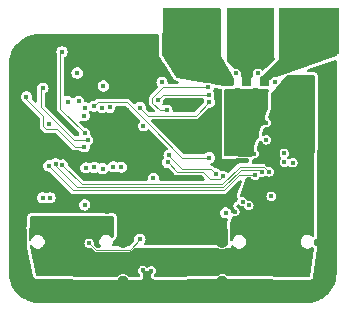
<source format=gbr>
%TF.GenerationSoftware,KiCad,Pcbnew,8.99.0-2194-gb3b7cbcab2*%
%TF.CreationDate,2024-11-16T00:43:09-05:00*%
%TF.ProjectId,minifoc esc,6d696e69-666f-4632-9065-73632e6b6963,V1.0*%
%TF.SameCoordinates,Original*%
%TF.FileFunction,Copper,L4,Bot*%
%TF.FilePolarity,Positive*%
%FSLAX46Y46*%
G04 Gerber Fmt 4.6, Leading zero omitted, Abs format (unit mm)*
G04 Created by KiCad (PCBNEW 8.99.0-2194-gb3b7cbcab2) date 2024-11-16 00:43:09*
%MOMM*%
%LPD*%
G01*
G04 APERTURE LIST*
%TA.AperFunction,ComponentPad*%
%ADD10O,1.000000X2.100000*%
%TD*%
%TA.AperFunction,ComponentPad*%
%ADD11O,1.000000X1.600000*%
%TD*%
%TA.AperFunction,ComponentPad*%
%ADD12R,4.000000X4.000000*%
%TD*%
%TA.AperFunction,ViaPad*%
%ADD13C,0.450000*%
%TD*%
%TA.AperFunction,Conductor*%
%ADD14C,0.090000*%
%TD*%
%TA.AperFunction,Conductor*%
%ADD15C,0.125000*%
%TD*%
G04 APERTURE END LIST*
D10*
%TO.P,J6,S1,SHIELD*%
%TO.N,GND*%
X152270000Y-107580000D03*
D11*
X152270000Y-111760000D03*
D10*
X160910000Y-107580000D03*
D11*
X160910000Y-111760000D03*
%TD*%
D12*
%TO.P,J2,1,Pin_1*%
%TO.N,OUTA*%
X160170000Y-90302000D03*
%TO.P,J2,2,Pin_2*%
%TO.N,OUTB*%
X154670000Y-90302000D03*
%TO.P,J2,3,Pin_3*%
%TO.N,OUTC*%
X149170000Y-90302000D03*
%TD*%
D10*
%TO.P,J4,S1,SHIELD*%
%TO.N,GND*%
X135220000Y-107580000D03*
D11*
X135220000Y-111760000D03*
D10*
X143860000Y-107580000D03*
D11*
X143860000Y-111760000D03*
%TD*%
D13*
%TO.N,VCC*%
X151090000Y-109910000D03*
X141680000Y-110800000D03*
X158655000Y-94410000D03*
X137670000Y-109630000D03*
X157410000Y-108610000D03*
X147410000Y-110350000D03*
X155760000Y-107860000D03*
X137790000Y-110770000D03*
X150660000Y-109110000D03*
X159760000Y-108890000D03*
X159380000Y-94250000D03*
X140430000Y-110800000D03*
X154570000Y-107790000D03*
X140230000Y-109650000D03*
X158730000Y-104220000D03*
X156780000Y-107850000D03*
X158140000Y-107790000D03*
X158510000Y-109680000D03*
X154730000Y-109600000D03*
X136510000Y-109200000D03*
X136740000Y-110210000D03*
X155060000Y-108650000D03*
X157450000Y-95100000D03*
X142500000Y-109990000D03*
X159440000Y-103530000D03*
X156170000Y-110770000D03*
X157290000Y-109620000D03*
X158690000Y-108590000D03*
X156200000Y-108740000D03*
X139110000Y-110800000D03*
X159560000Y-109960000D03*
X141450000Y-109710000D03*
X157430000Y-95990000D03*
X138960000Y-109780000D03*
X154850000Y-110740000D03*
X153570000Y-109170000D03*
X158090000Y-95320000D03*
X158740000Y-110770000D03*
X153800000Y-110180000D03*
X157490000Y-110770000D03*
X156020000Y-109750000D03*
X157810000Y-94440000D03*
%TO.N,GND*%
X150540000Y-98560000D03*
X153660000Y-96630000D03*
X141850000Y-97960000D03*
X149620000Y-102700000D03*
X155264895Y-93841572D03*
X151440000Y-106560000D03*
X156000000Y-98020000D03*
X153660000Y-99490000D03*
X143720000Y-94380000D03*
X156010000Y-99480000D03*
X144600000Y-97960000D03*
X144120000Y-105440000D03*
X154970000Y-96620000D03*
X145530000Y-110540000D03*
X147948500Y-106660000D03*
X137430000Y-96560000D03*
X143230000Y-99329700D03*
X161300000Y-94530000D03*
X141038847Y-105452729D03*
X160840000Y-104840000D03*
X145690000Y-92980000D03*
X134990000Y-99410000D03*
X135760000Y-101390000D03*
X136820000Y-93430000D03*
X152650000Y-96630000D03*
X153650000Y-98020000D03*
X136890000Y-102690000D03*
X138820000Y-104520000D03*
X144230000Y-96970300D03*
X153650000Y-95330000D03*
X146240000Y-110580000D03*
X140810000Y-90770000D03*
X134880000Y-92010000D03*
X156720300Y-94559700D03*
X139030000Y-93550000D03*
X154960000Y-100650000D03*
X141860000Y-100470000D03*
X153330000Y-105550000D03*
X144600000Y-100710000D03*
X147948500Y-105140000D03*
X149340000Y-96100000D03*
X135580000Y-98000000D03*
X152640000Y-98020000D03*
X156010000Y-96630000D03*
X147950000Y-107970000D03*
X142510000Y-105560000D03*
X156410000Y-104240000D03*
X154960000Y-95330000D03*
X153465410Y-93852712D03*
X136930000Y-103250000D03*
X152650000Y-99480000D03*
X139180000Y-90755000D03*
X154970000Y-99490000D03*
X154960000Y-98020000D03*
X153650000Y-100660000D03*
X134960000Y-98660000D03*
X160910000Y-93580000D03*
%TO.N,/FB_BK*%
X140720000Y-101850000D03*
X157530000Y-101370000D03*
X157520000Y-100620000D03*
X146430000Y-102730000D03*
X137570000Y-98110000D03*
X139980000Y-93820000D03*
X143040000Y-101760000D03*
X147160000Y-94600000D03*
X158250000Y-101410000D03*
X145580000Y-98290000D03*
%TO.N,/NFAULT*%
X146800000Y-96140000D03*
X151110245Y-95654919D03*
%TO.N,/SCLK*%
X147752573Y-100777135D03*
X151710000Y-102350000D03*
%TO.N,/SOC*%
X155060000Y-102470000D03*
X137561067Y-101678629D03*
%TO.N,/SOB*%
X155623837Y-102200339D03*
X138160000Y-101500000D03*
%TO.N,/NSCS*%
X147630000Y-101390000D03*
X152298591Y-102560211D03*
%TO.N,/SOA*%
X156248719Y-102188060D03*
X138730000Y-101600000D03*
%TO.N,/DRVOFF*%
X151100000Y-95030000D03*
X147590000Y-96980000D03*
%TO.N,/NSLEEP*%
X145310000Y-96750000D03*
X151174839Y-96276574D03*
%TO.N,/RP2040/+1.1V*%
X142190000Y-94920000D03*
X140630000Y-104980000D03*
X143730000Y-101790000D03*
%TO.N,OUTB*%
X152890000Y-89770000D03*
X152890000Y-88530000D03*
X154640000Y-92760000D03*
X156450000Y-92070000D03*
X152890000Y-90960000D03*
X156450000Y-90960000D03*
X154080000Y-93220000D03*
X153400000Y-92740000D03*
X154090000Y-93830000D03*
X155370000Y-93120000D03*
X155750000Y-92560000D03*
X152890000Y-92070000D03*
X154690000Y-88530000D03*
X154690000Y-92070000D03*
X154640000Y-93830000D03*
X156450000Y-88530000D03*
X156450000Y-89770000D03*
%TO.N,OUTC*%
X150950000Y-89770000D03*
X149310000Y-93170000D03*
X147620000Y-92070000D03*
X150950000Y-90960000D03*
X149190000Y-92070000D03*
X151270000Y-93520000D03*
X147620000Y-89770000D03*
X152130000Y-93480000D03*
X147620000Y-90960000D03*
X150950000Y-92070000D03*
X150950000Y-88530000D03*
X151780000Y-92490000D03*
X149190000Y-88530000D03*
X150130000Y-93920000D03*
X147620000Y-88530000D03*
X148280000Y-92970000D03*
X150450000Y-92970000D03*
%TO.N,OUTA*%
X160190000Y-92070000D03*
X161720000Y-92070000D03*
X157320000Y-92030000D03*
X156350000Y-93720000D03*
X158390000Y-92070000D03*
X157620000Y-91060000D03*
X161720000Y-89770000D03*
X161710000Y-88530000D03*
X161720000Y-90960000D03*
X158390000Y-90960000D03*
X160190000Y-88530000D03*
X158390000Y-88530000D03*
X157090000Y-93010000D03*
X158390000Y-89770000D03*
X157970000Y-92650000D03*
%TO.N,Net-(J4-CC2)*%
X141000000Y-108240000D03*
X145290000Y-107910000D03*
%TO.N,/RP2040/RUN*%
X151170000Y-100980000D03*
X141400000Y-96630000D03*
X152560000Y-105660000D03*
%TO.N,Net-(U2-USB_DP)*%
X142129421Y-101910221D03*
X137684463Y-104375537D03*
%TO.N,Net-(U2-USB_DM)*%
X137059482Y-104380660D03*
X141440000Y-101810000D03*
%TO.N,/RP2040/UART1_TX*%
X139180000Y-96240000D03*
%TO.N,/RP2040/SWCLK*%
X142734500Y-96740300D03*
%TO.N,/RP2040/SWD*%
X142109593Y-96751263D03*
%TO.N,/RP2040/UART0_RX*%
X140100000Y-96220000D03*
X154509308Y-105032356D03*
%TO.N,/RP2040/UART0_TX*%
X153980000Y-104700000D03*
X140650000Y-96750000D03*
%TO.N,/RP2040/UART1_RX*%
X140570000Y-97450000D03*
%TO.N,/RP2040/LED1*%
X135690000Y-95830000D03*
X140590000Y-100060000D03*
%TO.N,/RP2040/LED2*%
X137080000Y-95100000D03*
X140869205Y-99496829D03*
%TO.N,/RP2040/LED3*%
X140613608Y-98926480D03*
X138700000Y-92020000D03*
%TD*%
D14*
%TO.N,/NFAULT*%
X151110245Y-95654919D02*
X147285082Y-95654919D01*
X147285082Y-95654919D02*
X147257541Y-95682460D01*
X147285081Y-95654919D02*
X146800000Y-96140000D01*
%TO.N,/SCLK*%
X151710000Y-102350000D02*
X151320000Y-101960000D01*
X148880000Y-101960000D02*
X147752573Y-100832573D01*
X147752573Y-100832573D02*
X147752573Y-100777135D01*
X151320000Y-101960000D02*
X148880000Y-101960000D01*
D15*
%TO.N,/SOC*%
X155060000Y-102470000D02*
X153707556Y-102470000D01*
X139604938Y-103722500D02*
X137561067Y-101678629D01*
X153707556Y-102470000D02*
X152455056Y-103722500D01*
X152455056Y-103722500D02*
X139604938Y-103722500D01*
%TO.N,/SOB*%
X153837716Y-102007500D02*
X152357716Y-103487500D01*
X152357716Y-103487500D02*
X139963426Y-103487500D01*
X138160000Y-101684074D02*
X138160000Y-101500000D01*
X155430998Y-102007500D02*
X153837716Y-102007500D01*
X139963426Y-103487500D02*
X138160000Y-101684074D01*
X155623837Y-102200339D02*
X155430998Y-102007500D01*
D14*
%TO.N,/NSCS*%
X151245000Y-102795000D02*
X150610000Y-102160000D01*
X150610000Y-102160000D02*
X148400000Y-102160000D01*
X148400000Y-102160000D02*
X147630000Y-101390000D01*
X152063802Y-102795000D02*
X151245000Y-102795000D01*
X152298591Y-102560211D02*
X152063802Y-102795000D01*
D15*
%TO.N,/SOA*%
X140382500Y-103252500D02*
X138730000Y-101600000D01*
X156248719Y-102188060D02*
X156248719Y-102171147D01*
X155815411Y-101737839D02*
X153775037Y-101737839D01*
X153775037Y-101737839D02*
X152260376Y-103252500D01*
X156248719Y-102171147D02*
X155815411Y-101737839D01*
X152260376Y-103252500D02*
X140382500Y-103252500D01*
D14*
%TO.N,/DRVOFF*%
X147280674Y-95030000D02*
X146355000Y-95955674D01*
X146355000Y-95955674D02*
X146355000Y-96335000D01*
X146355000Y-96335000D02*
X147000000Y-96980000D01*
X147000000Y-96980000D02*
X147590000Y-96980000D01*
X151100000Y-95030000D02*
X147280674Y-95030000D01*
%TO.N,/NSLEEP*%
X145985000Y-97425000D02*
X150026413Y-97425000D01*
X150026413Y-97425000D02*
X151174839Y-96276574D01*
X145310000Y-96750000D02*
X145985000Y-97425000D01*
%TO.N,Net-(J4-CC2)*%
X141545000Y-108785000D02*
X144415000Y-108785000D01*
X144415000Y-108785000D02*
X145290000Y-107910000D01*
X141000000Y-108240000D02*
X141545000Y-108785000D01*
%TO.N,/RP2040/RUN*%
X141734700Y-96295300D02*
X144214626Y-96295300D01*
X144214626Y-96295300D02*
X145954663Y-98035337D01*
X141400000Y-96630000D02*
X141734700Y-96295300D01*
X151170000Y-100980000D02*
X148899326Y-100980000D01*
X148899326Y-100980000D02*
X145954663Y-98035337D01*
D15*
%TO.N,/RP2040/LED1*%
X137107500Y-98301574D02*
X137107500Y-97457500D01*
X140590000Y-100060000D02*
X139800000Y-100060000D01*
X138312500Y-98572500D02*
X137378426Y-98572500D01*
X137107500Y-97457500D02*
X135690000Y-96040000D01*
X135690000Y-96040000D02*
X135690000Y-95830000D01*
X139800000Y-100060000D02*
X138312500Y-98572500D01*
X137378426Y-98572500D02*
X137107500Y-98301574D01*
%TO.N,/RP2040/LED2*%
X136907500Y-96707500D02*
X136907500Y-95272500D01*
X136907500Y-95272500D02*
X137080000Y-95100000D01*
X140869205Y-99496829D02*
X139696829Y-99496829D01*
X139696829Y-99496829D02*
X136907500Y-96707500D01*
%TO.N,/RP2040/LED3*%
X140613608Y-98926480D02*
X138567500Y-96880372D01*
X138567500Y-96880372D02*
X138567500Y-92152500D01*
X138567500Y-92152500D02*
X138700000Y-92020000D01*
%TD*%
%TA.AperFunction,Conductor*%
%TO.N,GND*%
G36*
X146857539Y-90550185D02*
G01*
X146903294Y-90602989D01*
X146914500Y-90654500D01*
X146914500Y-92253936D01*
X146918260Y-92280328D01*
X146919500Y-92297817D01*
X146919500Y-92326678D01*
X146934032Y-92399735D01*
X146934033Y-92399739D01*
X146994043Y-92489551D01*
X146995599Y-92491939D01*
X147192538Y-92801876D01*
X147404005Y-93134677D01*
X148117133Y-94256978D01*
X148118282Y-94258785D01*
X148118285Y-94258791D01*
X148145095Y-94300984D01*
X148145107Y-94301001D01*
X148164473Y-94327537D01*
X148164491Y-94327560D01*
X148184877Y-94352017D01*
X148188473Y-94356238D01*
X148188475Y-94356239D01*
X148188477Y-94356242D01*
X148188485Y-94356248D01*
X148267357Y-94417196D01*
X148267366Y-94417201D01*
X148329905Y-94448306D01*
X148329911Y-94448308D01*
X148329920Y-94448313D01*
X148398981Y-94471103D01*
X148496354Y-94488414D01*
X148558913Y-94519529D01*
X148594719Y-94579526D01*
X148592404Y-94649358D01*
X148552703Y-94706852D01*
X148488221Y-94733755D01*
X148474650Y-94734500D01*
X147764156Y-94734500D01*
X147697117Y-94714815D01*
X147651362Y-94662011D01*
X147643713Y-94608869D01*
X147640390Y-94608869D01*
X147640390Y-94600000D01*
X147627497Y-94510328D01*
X147620931Y-94464658D01*
X147603463Y-94426408D01*
X147564132Y-94340285D01*
X147564127Y-94340278D01*
X147474590Y-94236946D01*
X147474586Y-94236942D01*
X147359559Y-94163021D01*
X147228368Y-94124500D01*
X147228367Y-94124500D01*
X147091633Y-94124500D01*
X147091632Y-94124500D01*
X146960440Y-94163021D01*
X146845413Y-94236942D01*
X146845409Y-94236946D01*
X146755872Y-94340278D01*
X146755867Y-94340285D01*
X146699070Y-94464654D01*
X146699068Y-94464662D01*
X146679610Y-94600000D01*
X146699068Y-94735337D01*
X146699070Y-94735345D01*
X146755867Y-94859714D01*
X146755869Y-94859716D01*
X146755870Y-94859718D01*
X146807669Y-94919498D01*
X146808948Y-94920974D01*
X146837972Y-94984530D01*
X146828028Y-95053688D01*
X146802915Y-95089857D01*
X146173559Y-95719215D01*
X146118543Y-95774230D01*
X146118541Y-95774233D01*
X146079637Y-95841615D01*
X146079636Y-95841618D01*
X146071742Y-95871079D01*
X146071742Y-95871082D01*
X146063550Y-95901658D01*
X146059500Y-95916771D01*
X146059500Y-96296096D01*
X146059500Y-96373904D01*
X146063246Y-96387883D01*
X146064257Y-96391657D01*
X146079637Y-96449057D01*
X146103794Y-96490899D01*
X146105965Y-96494658D01*
X146110118Y-96501851D01*
X146118541Y-96516441D01*
X146519919Y-96917819D01*
X146553404Y-96979142D01*
X146548420Y-97048834D01*
X146506548Y-97104767D01*
X146441084Y-97129184D01*
X146432238Y-97129500D01*
X146158763Y-97129500D01*
X146091724Y-97109815D01*
X146071082Y-97093181D01*
X145826425Y-96848525D01*
X145816857Y-96831004D01*
X145803246Y-96816397D01*
X145800454Y-96800964D01*
X145792940Y-96787202D01*
X145791929Y-96758870D01*
X145790390Y-96758870D01*
X145790390Y-96750001D01*
X145787866Y-96732446D01*
X145770931Y-96614658D01*
X145742703Y-96552847D01*
X145714132Y-96490285D01*
X145714127Y-96490278D01*
X145624590Y-96386946D01*
X145624586Y-96386942D01*
X145509559Y-96313021D01*
X145378368Y-96274500D01*
X145378367Y-96274500D01*
X145241633Y-96274500D01*
X145241632Y-96274500D01*
X145110440Y-96313021D01*
X144995413Y-96386942D01*
X144995411Y-96386944D01*
X144956707Y-96431611D01*
X144897928Y-96469385D01*
X144828059Y-96469384D01*
X144775314Y-96438088D01*
X144396067Y-96058841D01*
X144364412Y-96040564D01*
X144364412Y-96040565D01*
X144328687Y-96019939D01*
X144328680Y-96019936D01*
X144291108Y-96009868D01*
X144291108Y-96009869D01*
X144253530Y-95999800D01*
X144253529Y-95999800D01*
X141773603Y-95999800D01*
X141695796Y-95999800D01*
X141640203Y-96014696D01*
X141640202Y-96014695D01*
X141620641Y-96019937D01*
X141553259Y-96058841D01*
X141553256Y-96058843D01*
X141493919Y-96118181D01*
X141432596Y-96151666D01*
X141406238Y-96154500D01*
X141331632Y-96154500D01*
X141200440Y-96193021D01*
X141085413Y-96266942D01*
X141085412Y-96266944D01*
X141045767Y-96312696D01*
X140986988Y-96350470D01*
X140917119Y-96350469D01*
X140885020Y-96335809D01*
X140849561Y-96313022D01*
X140849559Y-96313021D01*
X140849557Y-96313020D01*
X140718368Y-96274500D01*
X140718367Y-96274500D01*
X140695673Y-96274500D01*
X140628634Y-96254815D01*
X140582879Y-96202011D01*
X140572935Y-96168147D01*
X140567869Y-96132912D01*
X140560931Y-96084658D01*
X140548677Y-96057827D01*
X140504132Y-95960285D01*
X140504127Y-95960278D01*
X140414590Y-95856946D01*
X140414586Y-95856942D01*
X140310817Y-95790256D01*
X140299561Y-95783022D01*
X140299560Y-95783021D01*
X140299559Y-95783021D01*
X140168368Y-95744500D01*
X140168367Y-95744500D01*
X140031633Y-95744500D01*
X140031632Y-95744500D01*
X139900440Y-95783021D01*
X139785413Y-95856942D01*
X139785412Y-95856944D01*
X139725046Y-95926609D01*
X139666268Y-95964382D01*
X139596398Y-95964382D01*
X139537621Y-95926607D01*
X139494590Y-95876946D01*
X139494586Y-95876942D01*
X139379559Y-95803021D01*
X139248368Y-95764500D01*
X139248367Y-95764500D01*
X139111633Y-95764500D01*
X139039433Y-95785699D01*
X138969564Y-95785698D01*
X138910786Y-95747923D01*
X138881762Y-95684367D01*
X138880500Y-95666721D01*
X138880500Y-94920000D01*
X141709610Y-94920000D01*
X141729068Y-95055337D01*
X141729070Y-95055345D01*
X141785867Y-95179714D01*
X141785872Y-95179721D01*
X141875409Y-95283053D01*
X141875413Y-95283057D01*
X141918683Y-95310864D01*
X141990439Y-95356978D01*
X142056036Y-95376239D01*
X142121632Y-95395500D01*
X142121633Y-95395500D01*
X142258367Y-95395500D01*
X142389561Y-95356978D01*
X142504589Y-95283055D01*
X142594130Y-95179718D01*
X142597184Y-95173032D01*
X142608679Y-95147860D01*
X142650931Y-95055342D01*
X142670390Y-94920000D01*
X142650931Y-94784658D01*
X142629140Y-94736942D01*
X142594132Y-94660285D01*
X142594127Y-94660278D01*
X142504590Y-94556946D01*
X142504586Y-94556942D01*
X142397951Y-94488414D01*
X142389561Y-94483022D01*
X142389560Y-94483021D01*
X142389559Y-94483021D01*
X142258368Y-94444500D01*
X142258367Y-94444500D01*
X142121633Y-94444500D01*
X142121632Y-94444500D01*
X141990440Y-94483021D01*
X141875413Y-94556942D01*
X141875409Y-94556946D01*
X141785872Y-94660278D01*
X141785867Y-94660285D01*
X141729070Y-94784654D01*
X141729068Y-94784662D01*
X141709610Y-94920000D01*
X138880500Y-94920000D01*
X138880500Y-93820000D01*
X139499610Y-93820000D01*
X139519068Y-93955337D01*
X139519070Y-93955345D01*
X139575867Y-94079714D01*
X139575872Y-94079721D01*
X139665409Y-94183053D01*
X139665413Y-94183057D01*
X139725979Y-94221979D01*
X139780439Y-94256978D01*
X139846036Y-94276239D01*
X139911632Y-94295500D01*
X139911633Y-94295500D01*
X140048367Y-94295500D01*
X140179561Y-94256978D01*
X140288480Y-94186980D01*
X140294586Y-94183057D01*
X140294586Y-94183056D01*
X140294589Y-94183055D01*
X140384130Y-94079718D01*
X140440931Y-93955342D01*
X140460390Y-93820000D01*
X140440931Y-93684658D01*
X140404811Y-93605567D01*
X140384132Y-93560285D01*
X140384127Y-93560278D01*
X140294590Y-93456946D01*
X140294586Y-93456942D01*
X140179559Y-93383021D01*
X140048368Y-93344500D01*
X140048367Y-93344500D01*
X139911633Y-93344500D01*
X139911632Y-93344500D01*
X139780440Y-93383021D01*
X139665413Y-93456942D01*
X139665409Y-93456946D01*
X139575872Y-93560278D01*
X139575867Y-93560285D01*
X139519070Y-93684654D01*
X139519068Y-93684662D01*
X139499610Y-93820000D01*
X138880500Y-93820000D01*
X138880500Y-92536937D01*
X138900185Y-92469898D01*
X138937459Y-92432622D01*
X139014589Y-92383055D01*
X139104130Y-92279718D01*
X139160931Y-92155342D01*
X139180390Y-92020000D01*
X139160931Y-91884658D01*
X139144782Y-91849297D01*
X139104132Y-91760285D01*
X139104127Y-91760278D01*
X139014590Y-91656946D01*
X139014586Y-91656942D01*
X138899559Y-91583021D01*
X138768368Y-91544500D01*
X138768367Y-91544500D01*
X138631633Y-91544500D01*
X138631632Y-91544500D01*
X138500440Y-91583021D01*
X138385413Y-91656942D01*
X138385409Y-91656946D01*
X138295872Y-91760278D01*
X138295867Y-91760285D01*
X138239070Y-91884654D01*
X138239068Y-91884662D01*
X138219610Y-92020000D01*
X138239068Y-92155338D01*
X138239069Y-92155343D01*
X138243294Y-92164593D01*
X138254500Y-92216105D01*
X138254500Y-96921580D01*
X138275829Y-97001185D01*
X138275830Y-97001186D01*
X138312301Y-97064354D01*
X138317038Y-97072559D01*
X139219115Y-97974636D01*
X140097696Y-98853216D01*
X140108307Y-98872649D01*
X140122809Y-98889385D01*
X140129048Y-98910633D01*
X140131181Y-98914539D01*
X140132753Y-98923250D01*
X140149853Y-99042182D01*
X140139909Y-99111340D01*
X140094155Y-99164144D01*
X140027115Y-99183829D01*
X139877840Y-99183829D01*
X139810801Y-99164144D01*
X139790159Y-99147510D01*
X137256819Y-96614170D01*
X137223334Y-96552847D01*
X137220500Y-96526489D01*
X137220500Y-95642643D01*
X137240185Y-95575604D01*
X137277461Y-95538327D01*
X137279559Y-95536978D01*
X137279561Y-95536978D01*
X137394589Y-95463055D01*
X137484130Y-95359718D01*
X137540931Y-95235342D01*
X137560390Y-95100000D01*
X137540931Y-94964658D01*
X137520536Y-94920000D01*
X137484132Y-94840285D01*
X137484127Y-94840278D01*
X137394590Y-94736946D01*
X137394586Y-94736942D01*
X137279559Y-94663021D01*
X137148368Y-94624500D01*
X137148367Y-94624500D01*
X137011633Y-94624500D01*
X137011632Y-94624500D01*
X136880440Y-94663021D01*
X136765413Y-94736942D01*
X136765409Y-94736946D01*
X136675872Y-94840278D01*
X136675867Y-94840285D01*
X136619070Y-94964654D01*
X136619068Y-94964662D01*
X136599610Y-95100000D01*
X136599610Y-95100001D01*
X136606490Y-95147860D01*
X136603528Y-95197595D01*
X136594500Y-95231290D01*
X136594500Y-96202489D01*
X136574815Y-96269528D01*
X136522011Y-96315283D01*
X136452853Y-96325227D01*
X136389297Y-96296202D01*
X136382819Y-96290170D01*
X136181859Y-96089210D01*
X136148374Y-96027887D01*
X136150293Y-95974210D01*
X136149669Y-95974121D01*
X136150504Y-95968311D01*
X136150566Y-95966584D01*
X136150928Y-95965347D01*
X136150931Y-95965342D01*
X136170390Y-95830000D01*
X136150931Y-95694658D01*
X136132783Y-95654919D01*
X136094132Y-95570285D01*
X136094127Y-95570278D01*
X136004590Y-95466946D01*
X136004586Y-95466942D01*
X135911190Y-95406922D01*
X135889561Y-95393022D01*
X135889560Y-95393021D01*
X135889559Y-95393021D01*
X135758368Y-95354500D01*
X135758367Y-95354500D01*
X135621633Y-95354500D01*
X135621632Y-95354500D01*
X135490440Y-95393021D01*
X135375413Y-95466942D01*
X135375409Y-95466946D01*
X135285872Y-95570278D01*
X135285867Y-95570285D01*
X135229070Y-95694654D01*
X135229068Y-95694662D01*
X135209610Y-95830000D01*
X135229068Y-95965337D01*
X135229070Y-95965345D01*
X135285867Y-96089714D01*
X135285872Y-96089721D01*
X135375382Y-96193022D01*
X135375411Y-96193055D01*
X135375413Y-96193056D01*
X135434140Y-96230797D01*
X135454783Y-96247432D01*
X136758181Y-97550829D01*
X136791666Y-97612152D01*
X136794500Y-97638510D01*
X136794500Y-98342781D01*
X136815830Y-98422388D01*
X136817536Y-98425342D01*
X136857038Y-98493761D01*
X137186239Y-98822962D01*
X137186242Y-98822963D01*
X137186245Y-98822966D01*
X137257606Y-98864167D01*
X137257610Y-98864169D01*
X137257612Y-98864170D01*
X137337219Y-98885500D01*
X137419632Y-98885500D01*
X138131489Y-98885500D01*
X138198528Y-98905185D01*
X138219170Y-98921819D01*
X139545197Y-100247845D01*
X139545207Y-100247856D01*
X139549537Y-100252186D01*
X139549538Y-100252187D01*
X139607813Y-100310462D01*
X139607816Y-100310464D01*
X139607819Y-100310466D01*
X139679180Y-100351667D01*
X139679184Y-100351669D01*
X139679186Y-100351670D01*
X139758793Y-100373000D01*
X139758794Y-100373000D01*
X139841207Y-100373000D01*
X140175409Y-100373000D01*
X140242448Y-100392685D01*
X140269123Y-100415799D01*
X140275410Y-100423054D01*
X140275409Y-100423054D01*
X140275411Y-100423055D01*
X140390439Y-100496978D01*
X140450968Y-100514751D01*
X140521632Y-100535500D01*
X140521633Y-100535500D01*
X140658367Y-100535500D01*
X140789561Y-100496978D01*
X140904589Y-100423055D01*
X140994130Y-100319718D01*
X141050931Y-100195342D01*
X141070390Y-100060000D01*
X141064984Y-100022404D01*
X141074927Y-99953248D01*
X141120679Y-99900444D01*
X141183794Y-99859884D01*
X141273335Y-99756547D01*
X141330136Y-99632171D01*
X141349595Y-99496829D01*
X141330136Y-99361487D01*
X141309198Y-99315640D01*
X141273337Y-99237114D01*
X141273335Y-99237112D01*
X141273335Y-99237111D01*
X141183794Y-99133774D01*
X141141347Y-99106495D01*
X141095594Y-99053693D01*
X141085650Y-98984538D01*
X141093998Y-98926480D01*
X141074539Y-98791138D01*
X141045238Y-98726978D01*
X141017740Y-98666765D01*
X141017735Y-98666758D01*
X140928198Y-98563426D01*
X140928194Y-98563422D01*
X140813167Y-98489501D01*
X140681976Y-98450980D01*
X140681975Y-98450980D01*
X140632118Y-98450980D01*
X140565079Y-98431295D01*
X140544437Y-98414661D01*
X140196218Y-98066442D01*
X140162733Y-98005119D01*
X140167717Y-97935427D01*
X140209589Y-97879494D01*
X140275053Y-97855077D01*
X140343326Y-97869929D01*
X140350937Y-97874445D01*
X140370439Y-97886978D01*
X140436036Y-97906239D01*
X140501632Y-97925500D01*
X140501633Y-97925500D01*
X140638367Y-97925500D01*
X140769561Y-97886978D01*
X140884589Y-97813055D01*
X140974130Y-97709718D01*
X140974933Y-97707961D01*
X141017277Y-97615239D01*
X141030931Y-97585342D01*
X141050390Y-97450000D01*
X141030931Y-97314658D01*
X141013319Y-97276094D01*
X140980845Y-97204985D01*
X140978307Y-97187339D01*
X140970901Y-97171120D01*
X140973438Y-97153473D01*
X140970901Y-97135827D01*
X140978307Y-97119608D01*
X140980845Y-97101962D01*
X140999920Y-97072279D01*
X141004233Y-97067302D01*
X141063009Y-97029530D01*
X141132879Y-97029530D01*
X141164981Y-97044191D01*
X141200439Y-97066978D01*
X141240960Y-97078876D01*
X141331632Y-97105500D01*
X141331633Y-97105500D01*
X141468367Y-97105500D01*
X141599561Y-97066978D01*
X141608356Y-97061325D01*
X141675389Y-97041638D01*
X141742430Y-97061318D01*
X141769109Y-97084433D01*
X141795004Y-97114318D01*
X141795006Y-97114319D01*
X141795006Y-97114320D01*
X141828473Y-97135827D01*
X141910032Y-97188241D01*
X141967057Y-97204985D01*
X142041225Y-97226763D01*
X142041226Y-97226763D01*
X142177960Y-97226763D01*
X142309154Y-97188241D01*
X142363538Y-97153290D01*
X142430577Y-97133607D01*
X142497613Y-97153290D01*
X142534939Y-97177278D01*
X142534941Y-97177278D01*
X142534942Y-97177279D01*
X142666132Y-97215800D01*
X142666133Y-97215800D01*
X142802867Y-97215800D01*
X142934061Y-97177278D01*
X143049089Y-97103355D01*
X143138630Y-97000018D01*
X143195431Y-96875642D01*
X143214890Y-96740300D01*
X143214880Y-96740233D01*
X143213761Y-96732446D01*
X143223705Y-96663287D01*
X143269461Y-96610484D01*
X143336499Y-96590800D01*
X144040864Y-96590800D01*
X144107903Y-96610485D01*
X144128545Y-96627119D01*
X145259429Y-97758003D01*
X145292914Y-97819326D01*
X145287930Y-97889018D01*
X145265462Y-97926886D01*
X145175870Y-98030282D01*
X145175867Y-98030285D01*
X145119070Y-98154654D01*
X145119068Y-98154662D01*
X145099882Y-98288111D01*
X145099610Y-98290000D01*
X145119069Y-98425342D01*
X145121788Y-98431295D01*
X145175867Y-98549714D01*
X145175872Y-98549721D01*
X145265409Y-98653053D01*
X145265413Y-98653057D01*
X145286744Y-98666765D01*
X145380439Y-98726978D01*
X145446036Y-98746239D01*
X145511632Y-98765500D01*
X145511633Y-98765500D01*
X145648367Y-98765500D01*
X145779561Y-98726978D01*
X145894589Y-98653055D01*
X145928024Y-98614468D01*
X145986797Y-98576695D01*
X146056667Y-98576693D01*
X146109416Y-98607990D01*
X147628304Y-100126878D01*
X147661789Y-100188201D01*
X147656805Y-100257893D01*
X147614933Y-100313826D01*
X147575559Y-100333536D01*
X147553013Y-100340156D01*
X147437986Y-100414077D01*
X147437982Y-100414081D01*
X147348445Y-100517413D01*
X147348440Y-100517420D01*
X147291643Y-100641789D01*
X147291641Y-100641797D01*
X147272183Y-100777135D01*
X147291641Y-100912476D01*
X147291642Y-100912480D01*
X147300974Y-100932912D01*
X147310918Y-101002071D01*
X147281894Y-101065626D01*
X147225870Y-101130282D01*
X147225867Y-101130285D01*
X147169070Y-101254654D01*
X147169068Y-101254662D01*
X147149610Y-101390000D01*
X147169068Y-101525337D01*
X147169070Y-101525345D01*
X147225867Y-101649714D01*
X147225872Y-101649721D01*
X147315409Y-101753053D01*
X147315413Y-101753057D01*
X147372899Y-101790000D01*
X147430439Y-101826978D01*
X147468593Y-101838181D01*
X147561632Y-101865500D01*
X147561633Y-101865500D01*
X147636238Y-101865500D01*
X147703277Y-101885185D01*
X147723919Y-101901819D01*
X148163541Y-102341441D01*
X148218559Y-102396459D01*
X148255064Y-102417535D01*
X148285941Y-102435362D01*
X148361096Y-102455500D01*
X148361097Y-102455500D01*
X150436238Y-102455500D01*
X150503277Y-102475185D01*
X150523919Y-102491819D01*
X150759919Y-102727819D01*
X150793404Y-102789142D01*
X150788420Y-102858834D01*
X150746548Y-102914767D01*
X150681084Y-102939184D01*
X150672238Y-102939500D01*
X147023372Y-102939500D01*
X146956333Y-102919815D01*
X146910578Y-102867011D01*
X146900634Y-102797853D01*
X146910390Y-102730000D01*
X146890931Y-102594658D01*
X146843966Y-102491819D01*
X146834132Y-102470285D01*
X146834127Y-102470278D01*
X146744590Y-102366946D01*
X146744586Y-102366942D01*
X146641186Y-102300493D01*
X146629561Y-102293022D01*
X146629560Y-102293021D01*
X146629559Y-102293021D01*
X146498368Y-102254500D01*
X146498367Y-102254500D01*
X146361633Y-102254500D01*
X146361632Y-102254500D01*
X146230440Y-102293021D01*
X146115413Y-102366942D01*
X146115409Y-102366946D01*
X146025872Y-102470278D01*
X146025867Y-102470285D01*
X145969070Y-102594654D01*
X145969068Y-102594662D01*
X145949610Y-102729999D01*
X145949610Y-102730000D01*
X145958113Y-102789142D01*
X145959366Y-102797853D01*
X145949422Y-102867011D01*
X145903668Y-102919815D01*
X145836628Y-102939500D01*
X140563511Y-102939500D01*
X140496472Y-102919815D01*
X140475830Y-102903181D01*
X139422649Y-101850000D01*
X140239610Y-101850000D01*
X140259068Y-101985337D01*
X140259070Y-101985345D01*
X140315867Y-102109714D01*
X140315872Y-102109721D01*
X140405409Y-102213053D01*
X140405413Y-102213057D01*
X140440710Y-102235740D01*
X140520439Y-102286978D01*
X140549003Y-102295365D01*
X140651632Y-102325500D01*
X140651633Y-102325500D01*
X140788367Y-102325500D01*
X140919561Y-102286978D01*
X141034586Y-102213057D01*
X141042051Y-102208260D01*
X141043755Y-102210912D01*
X141093134Y-102188344D01*
X141162295Y-102198266D01*
X141177857Y-102206760D01*
X141184318Y-102210912D01*
X141240439Y-102246978D01*
X141302620Y-102265236D01*
X141371632Y-102285500D01*
X141371633Y-102285500D01*
X141508367Y-102285500D01*
X141639561Y-102246978D01*
X141647111Y-102242125D01*
X141714149Y-102222439D01*
X141781189Y-102242121D01*
X141807863Y-102265233D01*
X141814832Y-102273276D01*
X141814834Y-102273277D01*
X141814834Y-102273278D01*
X141857183Y-102300493D01*
X141929860Y-102347199D01*
X141985976Y-102363676D01*
X142061053Y-102385721D01*
X142061054Y-102385721D01*
X142197788Y-102385721D01*
X142328982Y-102347199D01*
X142437901Y-102277201D01*
X142444007Y-102273278D01*
X142444007Y-102273277D01*
X142444010Y-102273276D01*
X142533551Y-102169939D01*
X142534474Y-102167915D01*
X142535930Y-102166235D01*
X142538345Y-102162479D01*
X142538884Y-102162825D01*
X142580226Y-102115110D01*
X142647264Y-102095422D01*
X142714305Y-102115103D01*
X142722004Y-102120866D01*
X142772089Y-102153053D01*
X142840439Y-102196978D01*
X142895192Y-102213055D01*
X142971632Y-102235500D01*
X142971633Y-102235500D01*
X143108367Y-102235500D01*
X143239558Y-102196979D01*
X143239558Y-102196978D01*
X143239561Y-102196978D01*
X143294622Y-102161592D01*
X143361657Y-102141909D01*
X143428696Y-102161593D01*
X143438537Y-102167917D01*
X143530439Y-102226978D01*
X143582342Y-102242218D01*
X143661632Y-102265500D01*
X143661633Y-102265500D01*
X143798367Y-102265500D01*
X143929561Y-102226978D01*
X144044589Y-102153055D01*
X144134130Y-102049718D01*
X144190931Y-101925342D01*
X144210390Y-101790000D01*
X144190931Y-101654658D01*
X144167443Y-101603226D01*
X144134132Y-101530285D01*
X144134127Y-101530278D01*
X144044590Y-101426946D01*
X144044586Y-101426942D01*
X143929559Y-101353021D01*
X143798368Y-101314500D01*
X143798367Y-101314500D01*
X143661633Y-101314500D01*
X143661632Y-101314500D01*
X143530440Y-101353021D01*
X143475379Y-101388406D01*
X143408339Y-101408090D01*
X143341303Y-101388406D01*
X143239559Y-101323021D01*
X143108368Y-101284500D01*
X143108367Y-101284500D01*
X142971633Y-101284500D01*
X142971632Y-101284500D01*
X142840440Y-101323021D01*
X142725413Y-101396942D01*
X142725409Y-101396946D01*
X142635872Y-101500278D01*
X142635867Y-101500285D01*
X142634940Y-101502317D01*
X142633478Y-101504003D01*
X142631076Y-101507742D01*
X142630538Y-101507396D01*
X142589182Y-101555118D01*
X142522141Y-101574798D01*
X142455103Y-101555109D01*
X142447411Y-101549351D01*
X142350670Y-101487181D01*
X142328982Y-101473243D01*
X142328981Y-101473242D01*
X142328980Y-101473242D01*
X142197789Y-101434721D01*
X142197788Y-101434721D01*
X142061054Y-101434721D01*
X142061053Y-101434721D01*
X141929862Y-101473241D01*
X141929856Y-101473244D01*
X141922304Y-101478098D01*
X141855264Y-101497781D01*
X141788225Y-101478095D01*
X141761554Y-101454983D01*
X141754590Y-101446946D01*
X141754586Y-101446942D01*
X141663499Y-101388406D01*
X141639561Y-101373022D01*
X141639560Y-101373021D01*
X141639559Y-101373021D01*
X141508368Y-101334500D01*
X141508367Y-101334500D01*
X141371633Y-101334500D01*
X141371632Y-101334500D01*
X141240440Y-101373021D01*
X141117949Y-101451740D01*
X141116250Y-101449096D01*
X141066790Y-101471666D01*
X140997634Y-101461702D01*
X140982142Y-101453240D01*
X140979808Y-101451740D01*
X140919561Y-101413022D01*
X140919557Y-101413020D01*
X140919556Y-101413020D01*
X140788368Y-101374500D01*
X140788367Y-101374500D01*
X140651633Y-101374500D01*
X140651632Y-101374500D01*
X140520440Y-101413021D01*
X140405413Y-101486942D01*
X140405409Y-101486946D01*
X140315872Y-101590278D01*
X140315867Y-101590285D01*
X140259070Y-101714654D01*
X140259068Y-101714662D01*
X140239610Y-101850000D01*
X139422649Y-101850000D01*
X139245910Y-101673261D01*
X139212425Y-101611938D01*
X139210853Y-101603226D01*
X139210389Y-101600002D01*
X139210390Y-101600000D01*
X139190931Y-101464658D01*
X139172475Y-101424245D01*
X139134132Y-101340285D01*
X139134127Y-101340278D01*
X139044590Y-101236946D01*
X139044586Y-101236942D01*
X138929559Y-101163021D01*
X138798368Y-101124500D01*
X138798367Y-101124500D01*
X138661633Y-101124500D01*
X138661629Y-101124500D01*
X138574289Y-101150145D01*
X138504419Y-101150145D01*
X138472317Y-101135484D01*
X138359559Y-101063021D01*
X138228368Y-101024500D01*
X138228367Y-101024500D01*
X138091633Y-101024500D01*
X138091632Y-101024500D01*
X137960440Y-101063021D01*
X137845413Y-101136942D01*
X137845411Y-101136945D01*
X137808072Y-101180035D01*
X137749293Y-101217808D01*
X137679428Y-101217808D01*
X137629434Y-101203129D01*
X137492700Y-101203129D01*
X137492699Y-101203129D01*
X137361507Y-101241650D01*
X137246480Y-101315571D01*
X137246476Y-101315575D01*
X137156939Y-101418907D01*
X137156934Y-101418914D01*
X137100137Y-101543283D01*
X137100135Y-101543291D01*
X137080677Y-101678629D01*
X137100135Y-101813966D01*
X137100137Y-101813974D01*
X137156934Y-101938343D01*
X137156939Y-101938350D01*
X137246476Y-102041682D01*
X137246480Y-102041686D01*
X137263756Y-102052788D01*
X137361506Y-102115607D01*
X137387478Y-102123233D01*
X137492699Y-102154129D01*
X137492700Y-102154129D01*
X137542556Y-102154129D01*
X137609595Y-102173814D01*
X137630237Y-102190448D01*
X139354476Y-103914687D01*
X139412751Y-103972962D01*
X139412754Y-103972963D01*
X139412757Y-103972966D01*
X139484118Y-104014167D01*
X139484122Y-104014169D01*
X139484124Y-104014170D01*
X139563731Y-104035500D01*
X139563734Y-104035500D01*
X152496260Y-104035500D01*
X152496263Y-104035500D01*
X152575870Y-104014170D01*
X152647243Y-103972962D01*
X152705518Y-103914687D01*
X153695806Y-102924398D01*
X153757127Y-102890915D01*
X153826818Y-102895899D01*
X153882752Y-102937771D01*
X153907169Y-103003235D01*
X153900358Y-103053513D01*
X153545566Y-104054313D01*
X153545560Y-104054332D01*
X153534272Y-104098185D01*
X153527158Y-104141392D01*
X153524867Y-104159197D01*
X153524866Y-104159206D01*
X153528548Y-104194636D01*
X153533261Y-104239999D01*
X153533282Y-104240199D01*
X153535169Y-104258362D01*
X153543518Y-104285363D01*
X153552825Y-104315463D01*
X153552825Y-104315464D01*
X153555806Y-104325106D01*
X153570358Y-104360599D01*
X153570901Y-104362018D01*
X153573561Y-104395413D01*
X153577024Y-104428745D01*
X153576380Y-104430788D01*
X153576450Y-104431667D01*
X153575607Y-104433239D01*
X153567869Y-104457801D01*
X153519068Y-104564659D01*
X153519068Y-104564661D01*
X153511453Y-104617624D01*
X153482427Y-104681180D01*
X153433942Y-104715434D01*
X153424305Y-104719208D01*
X153424300Y-104719210D01*
X153424297Y-104719212D01*
X153403919Y-104729373D01*
X153383541Y-104739534D01*
X153310478Y-104807348D01*
X153310475Y-104807351D01*
X153269522Y-104863956D01*
X153269522Y-104863957D01*
X153235712Y-104928352D01*
X153235709Y-104928358D01*
X153223577Y-104962582D01*
X153213880Y-104997723D01*
X153213878Y-104997729D01*
X153206944Y-105032311D01*
X153206134Y-105036755D01*
X153206134Y-105036758D01*
X153205342Y-105041102D01*
X153205380Y-105042241D01*
X153204752Y-105045888D01*
X153207435Y-105103672D01*
X153207489Y-105105311D01*
X153207490Y-105105319D01*
X153208675Y-105140739D01*
X153209274Y-105143303D01*
X153209376Y-105145472D01*
X153216713Y-105175106D01*
X153216905Y-105175924D01*
X153216911Y-105175947D01*
X153220426Y-105190971D01*
X153220540Y-105191297D01*
X153224678Y-105208929D01*
X153224681Y-105208938D01*
X153224682Y-105208942D01*
X153238979Y-105252134D01*
X153240139Y-105253811D01*
X153241016Y-105256351D01*
X153274774Y-105303878D01*
X153275969Y-105305606D01*
X153275974Y-105305613D01*
X153295692Y-105334118D01*
X153295704Y-105334132D01*
X153295762Y-105334206D01*
X153296144Y-105334651D01*
X153298357Y-105337260D01*
X153298359Y-105337263D01*
X153304490Y-105343053D01*
X153321504Y-105359122D01*
X153322496Y-105360071D01*
X153322559Y-105360132D01*
X153322563Y-105360135D01*
X153323102Y-105360656D01*
X153333214Y-105370434D01*
X153333223Y-105370449D01*
X153333255Y-105370473D01*
X153345935Y-105382746D01*
X153381352Y-105411377D01*
X153381355Y-105411378D01*
X153384603Y-105413313D01*
X153404119Y-105424078D01*
X153412424Y-105429932D01*
X153428664Y-105443603D01*
X153434880Y-105449819D01*
X153457684Y-105481205D01*
X153460707Y-105487138D01*
X153472695Y-105524034D01*
X153473735Y-105530600D01*
X153473735Y-105532960D01*
X153474239Y-105534107D01*
X153473735Y-105569398D01*
X153472695Y-105575964D01*
X153460707Y-105612860D01*
X153457685Y-105618791D01*
X153434881Y-105650177D01*
X153430177Y-105654881D01*
X153398799Y-105677681D01*
X153392871Y-105680702D01*
X153390617Y-105681434D01*
X153389678Y-105682272D01*
X153355958Y-105692696D01*
X153349389Y-105693736D01*
X153310607Y-105693735D01*
X153294417Y-105691171D01*
X153263301Y-105688179D01*
X153263272Y-105688178D01*
X153233037Y-105687128D01*
X153229146Y-105687023D01*
X153229142Y-105687023D01*
X153175214Y-105696667D01*
X153105756Y-105689090D01*
X153051421Y-105645164D01*
X153030649Y-105592249D01*
X153030620Y-105592050D01*
X153020931Y-105524658D01*
X152998891Y-105476397D01*
X152964132Y-105400285D01*
X152964127Y-105400278D01*
X152874590Y-105296946D01*
X152874586Y-105296942D01*
X152759559Y-105223021D01*
X152628368Y-105184500D01*
X152628367Y-105184500D01*
X152491633Y-105184500D01*
X152491632Y-105184500D01*
X152360440Y-105223021D01*
X152245413Y-105296942D01*
X152245409Y-105296946D01*
X152155872Y-105400278D01*
X152155867Y-105400285D01*
X152099070Y-105524654D01*
X152099068Y-105524662D01*
X152079610Y-105660000D01*
X152099068Y-105795337D01*
X152099070Y-105795345D01*
X152155867Y-105919714D01*
X152155872Y-105919721D01*
X152245409Y-106023053D01*
X152245413Y-106023057D01*
X152285703Y-106048949D01*
X152360439Y-106096978D01*
X152426036Y-106116239D01*
X152491632Y-106135500D01*
X152632249Y-106135500D01*
X152699288Y-106155185D01*
X152745043Y-106207989D01*
X152754987Y-106277147D01*
X152749122Y-106300932D01*
X152666313Y-106534521D01*
X152666311Y-106534528D01*
X152655328Y-106576568D01*
X152655326Y-106576578D01*
X152648198Y-106618011D01*
X152648198Y-106618014D01*
X152644500Y-106661328D01*
X152644500Y-106661334D01*
X152644500Y-107930192D01*
X152644518Y-107933311D01*
X152644552Y-107936181D01*
X152656667Y-108010953D01*
X152656668Y-108010955D01*
X152677943Y-108077507D01*
X152695622Y-108119481D01*
X152717839Y-108146717D01*
X152738968Y-108172619D01*
X152766089Y-108237010D01*
X152754093Y-108305842D01*
X152706788Y-108357261D01*
X152658039Y-108372987D01*
X152658171Y-108373819D01*
X152579626Y-108386192D01*
X152512952Y-108407068D01*
X152512947Y-108407070D01*
X152447335Y-108438461D01*
X152443488Y-108440652D01*
X152443373Y-108440451D01*
X152426869Y-108449270D01*
X152384832Y-108466683D01*
X152361570Y-108473739D01*
X152316941Y-108482617D01*
X152292751Y-108485000D01*
X152247248Y-108485000D01*
X152223057Y-108482617D01*
X152178429Y-108473740D01*
X152155171Y-108466685D01*
X152113106Y-108449261D01*
X152092205Y-108438158D01*
X152090653Y-108437132D01*
X152088791Y-108435913D01*
X152020847Y-108404537D01*
X152020842Y-108404535D01*
X152020841Y-108404535D01*
X151953802Y-108384850D01*
X151953800Y-108384849D01*
X151953798Y-108384849D01*
X151953795Y-108384848D01*
X151881818Y-108374500D01*
X151881817Y-108374500D01*
X145788208Y-108374500D01*
X145721169Y-108354815D01*
X145675414Y-108302011D01*
X145665470Y-108232853D01*
X145690540Y-108177953D01*
X145689335Y-108177179D01*
X145694127Y-108169720D01*
X145694130Y-108169718D01*
X145750931Y-108045342D01*
X145770390Y-107910000D01*
X145750931Y-107774658D01*
X145722044Y-107711405D01*
X145694132Y-107650285D01*
X145694127Y-107650278D01*
X145604590Y-107546946D01*
X145604586Y-107546942D01*
X145489559Y-107473021D01*
X145358368Y-107434500D01*
X145358367Y-107434500D01*
X145221633Y-107434500D01*
X145221632Y-107434500D01*
X145090440Y-107473021D01*
X144975413Y-107546942D01*
X144975409Y-107546946D01*
X144885872Y-107650278D01*
X144885867Y-107650285D01*
X144829070Y-107774654D01*
X144829068Y-107774662D01*
X144809610Y-107910000D01*
X144809610Y-107918868D01*
X144806387Y-107918868D01*
X144798663Y-107972408D01*
X144773574Y-108008524D01*
X144328919Y-108453181D01*
X144267596Y-108486666D01*
X144241238Y-108489500D01*
X143085715Y-108489500D01*
X143018676Y-108469815D01*
X142972921Y-108417011D01*
X142962977Y-108347853D01*
X142965940Y-108333407D01*
X142967418Y-108327891D01*
X143005500Y-108185766D01*
X143005500Y-108091527D01*
X143025185Y-108024488D01*
X143071203Y-107982085D01*
X143148385Y-107940974D01*
X143202459Y-107896727D01*
X143234995Y-107864859D01*
X143283678Y-107777863D01*
X143305247Y-107711406D01*
X143317624Y-107639741D01*
X143361794Y-106074887D01*
X143356762Y-106016718D01*
X143345533Y-105961550D01*
X143337479Y-105931484D01*
X143288026Y-105844923D01*
X143288025Y-105844921D01*
X143262879Y-105815984D01*
X143242197Y-105792183D01*
X143209379Y-105760604D01*
X143120979Y-105714520D01*
X143120978Y-105714519D01*
X143120977Y-105714519D01*
X143060342Y-105696807D01*
X143053913Y-105694929D01*
X143053910Y-105694928D01*
X143053900Y-105694926D01*
X142981913Y-105684679D01*
X142669873Y-105685117D01*
X142669867Y-105685117D01*
X142630067Y-105688294D01*
X142630056Y-105688295D01*
X142616249Y-105690493D01*
X142615451Y-105690618D01*
X142607325Y-105691856D01*
X142604976Y-105691765D01*
X142528987Y-105703800D01*
X142528692Y-105703845D01*
X142527878Y-105703735D01*
X142490607Y-105703735D01*
X142415015Y-105691763D01*
X142413199Y-105691656D01*
X142401210Y-105690359D01*
X142390610Y-105688687D01*
X142390602Y-105688686D01*
X142390600Y-105688686D01*
X142350434Y-105685566D01*
X142350432Y-105685566D01*
X142302282Y-105685633D01*
X140769885Y-105687785D01*
X140702819Y-105668195D01*
X140656990Y-105615456D01*
X140646949Y-105546311D01*
X140675885Y-105482715D01*
X140734610Y-105444858D01*
X140734778Y-105444809D01*
X140793713Y-105427504D01*
X140829558Y-105416979D01*
X140829559Y-105416979D01*
X140830778Y-105416196D01*
X140944589Y-105343055D01*
X141034130Y-105239718D01*
X141090931Y-105115342D01*
X141110390Y-104980000D01*
X141090931Y-104844658D01*
X141063953Y-104785584D01*
X141034132Y-104720285D01*
X141034127Y-104720278D01*
X140944590Y-104616946D01*
X140944586Y-104616942D01*
X140829559Y-104543021D01*
X140698368Y-104504500D01*
X140698367Y-104504500D01*
X140561633Y-104504500D01*
X140561632Y-104504500D01*
X140430440Y-104543021D01*
X140315413Y-104616942D01*
X140315409Y-104616946D01*
X140225872Y-104720278D01*
X140225867Y-104720285D01*
X140169070Y-104844654D01*
X140169068Y-104844662D01*
X140149610Y-104980000D01*
X140169068Y-105115337D01*
X140169070Y-105115345D01*
X140225867Y-105239714D01*
X140225872Y-105239721D01*
X140315409Y-105343053D01*
X140315413Y-105343057D01*
X140377172Y-105382746D01*
X140429222Y-105416196D01*
X140430441Y-105416979D01*
X140526551Y-105445199D01*
X140585329Y-105482973D01*
X140614355Y-105546528D01*
X140604412Y-105615687D01*
X140558657Y-105668491D01*
X140491791Y-105688176D01*
X136105588Y-105694337D01*
X136059709Y-105698558D01*
X136059677Y-105698562D01*
X136015859Y-105706630D01*
X135997510Y-105710712D01*
X135907834Y-105754254D01*
X135852139Y-105796450D01*
X135818433Y-105827080D01*
X135766533Y-105912190D01*
X135742492Y-105977801D01*
X135727445Y-106048941D01*
X135727444Y-106048949D01*
X135611186Y-107817744D01*
X135611186Y-107817745D01*
X135608716Y-107855303D01*
X135608223Y-107866707D01*
X135607991Y-107877797D01*
X135607991Y-107877807D01*
X135620066Y-107960935D01*
X135620068Y-107960945D01*
X135641340Y-108027491D01*
X135648857Y-108045337D01*
X135659020Y-108069467D01*
X135699816Y-108119480D01*
X135722035Y-108146719D01*
X135735540Y-108157870D01*
X135774703Y-108215732D01*
X135776366Y-108285582D01*
X135757278Y-108325543D01*
X135757335Y-108325581D01*
X135757068Y-108325983D01*
X135756830Y-108326483D01*
X135755813Y-108327878D01*
X135755803Y-108327894D01*
X135732380Y-108366945D01*
X135732379Y-108366949D01*
X135707267Y-108463413D01*
X135707264Y-108463429D01*
X135703193Y-108533165D01*
X135709331Y-108605637D01*
X136259224Y-110983117D01*
X136265595Y-111005825D01*
X136265602Y-111005848D01*
X136272794Y-111027570D01*
X136319558Y-111111420D01*
X136319560Y-111111422D01*
X136319561Y-111111424D01*
X136364453Y-111164964D01*
X136396711Y-111197118D01*
X136484285Y-111244753D01*
X136550996Y-111265523D01*
X136622801Y-111277039D01*
X142684125Y-111375437D01*
X142687976Y-111375471D01*
X142689277Y-111375471D01*
X142689419Y-111375472D01*
X142689421Y-111375473D01*
X142691184Y-111375477D01*
X142694811Y-111375460D01*
X143297226Y-111368275D01*
X143322674Y-111366055D01*
X143335388Y-111364947D01*
X143335389Y-111364946D01*
X143335398Y-111364946D01*
X143371998Y-111358963D01*
X143382803Y-111356957D01*
X143474570Y-111318007D01*
X143523583Y-111284637D01*
X143523582Y-111284636D01*
X143549329Y-111267108D01*
X143553053Y-111263464D01*
X143559685Y-111257444D01*
X143562175Y-111255781D01*
X143566458Y-111251497D01*
X143625074Y-111192881D01*
X143643865Y-111177460D01*
X143652772Y-111171509D01*
X143681686Y-111152189D01*
X143703122Y-111140731D01*
X143720979Y-111133333D01*
X143745166Y-111123315D01*
X143768426Y-111116259D01*
X143790911Y-111111786D01*
X143813059Y-111107382D01*
X143837247Y-111105000D01*
X143882752Y-111105000D01*
X143906941Y-111107381D01*
X143951568Y-111116258D01*
X143974830Y-111123315D01*
X144016878Y-111140732D01*
X144038310Y-111152188D01*
X144076148Y-111177470D01*
X144094934Y-111192888D01*
X144145814Y-111243768D01*
X144145836Y-111243789D01*
X144154470Y-111251497D01*
X144167356Y-111263002D01*
X144170412Y-111265435D01*
X144189332Y-111280497D01*
X144190437Y-111281371D01*
X144190441Y-111281374D01*
X144279321Y-111326525D01*
X144279323Y-111326525D01*
X144279327Y-111326527D01*
X144305432Y-111333855D01*
X144346591Y-111345409D01*
X144418693Y-111354900D01*
X145219863Y-111345345D01*
X145247459Y-111343519D01*
X145274072Y-111340304D01*
X145274380Y-111340266D01*
X145369080Y-111309116D01*
X145429917Y-111274755D01*
X145467419Y-111248912D01*
X145530245Y-111171509D01*
X145562848Y-111109712D01*
X145580426Y-111067693D01*
X145591431Y-110968611D01*
X145585448Y-110898998D01*
X145580815Y-110872798D01*
X145577518Y-110854148D01*
X145577517Y-110854147D01*
X145577517Y-110854143D01*
X145533205Y-110764841D01*
X145499131Y-110720660D01*
X145499130Y-110720660D01*
X145484616Y-110701841D01*
X145484614Y-110701838D01*
X145482043Y-110698505D01*
X145479224Y-110694285D01*
X145477323Y-110692384D01*
X145477185Y-110692205D01*
X145476686Y-110691747D01*
X145425118Y-110640179D01*
X145423732Y-110638271D01*
X145422650Y-110637640D01*
X145402314Y-110608793D01*
X145399292Y-110602862D01*
X145387303Y-110565960D01*
X145386263Y-110559392D01*
X145386263Y-110520606D01*
X145387303Y-110514038D01*
X145399290Y-110477139D01*
X145402317Y-110471199D01*
X145403701Y-110469294D01*
X145403968Y-110468071D01*
X145425116Y-110439820D01*
X145429809Y-110435127D01*
X145461212Y-110412316D01*
X145467177Y-110409278D01*
X145504058Y-110397300D01*
X145510615Y-110396262D01*
X145549381Y-110396262D01*
X145555952Y-110397302D01*
X145592865Y-110409294D01*
X145598801Y-110412319D01*
X145630177Y-110435117D01*
X145636645Y-110441585D01*
X145636655Y-110441594D01*
X145652009Y-110453967D01*
X145679179Y-110475863D01*
X145723524Y-110504363D01*
X145723550Y-110504377D01*
X145723552Y-110504379D01*
X145747281Y-110517892D01*
X145747282Y-110517892D01*
X145747287Y-110517895D01*
X145843425Y-110544273D01*
X145913116Y-110549260D01*
X145958657Y-110548449D01*
X146053794Y-110518663D01*
X146115118Y-110485180D01*
X146124521Y-110478140D01*
X146142537Y-110466922D01*
X146155334Y-110460402D01*
X146155333Y-110460401D01*
X146177137Y-110449292D01*
X146214039Y-110437303D01*
X146220615Y-110436262D01*
X146259384Y-110436262D01*
X146261207Y-110436550D01*
X146265955Y-110437302D01*
X146302860Y-110449291D01*
X146308794Y-110452314D01*
X146310701Y-110453700D01*
X146311925Y-110453967D01*
X146340179Y-110475118D01*
X146344880Y-110479819D01*
X146367684Y-110511205D01*
X146370707Y-110517138D01*
X146382695Y-110554034D01*
X146383735Y-110560600D01*
X146383735Y-110599398D01*
X146382695Y-110605964D01*
X146370707Y-110642860D01*
X146367684Y-110648793D01*
X146345080Y-110679914D01*
X146345094Y-110679928D01*
X146344997Y-110680028D01*
X146344908Y-110680152D01*
X146344192Y-110680868D01*
X146336827Y-110688546D01*
X146329851Y-110696128D01*
X146329841Y-110696142D01*
X146284210Y-110765769D01*
X146255949Y-110829657D01*
X146255948Y-110829659D01*
X146241305Y-110872799D01*
X146238009Y-110951969D01*
X146237158Y-110972402D01*
X146242375Y-111005848D01*
X146247927Y-111041444D01*
X146258927Y-111085628D01*
X146258929Y-111085634D01*
X146309285Y-111171663D01*
X146309286Y-111171665D01*
X146309288Y-111171667D01*
X146355669Y-111223922D01*
X146388823Y-111255158D01*
X146477704Y-111300308D01*
X146544974Y-111319191D01*
X146617072Y-111328681D01*
X151809938Y-111266747D01*
X151823127Y-111266249D01*
X151823157Y-111266247D01*
X151823159Y-111266247D01*
X151824503Y-111266161D01*
X151835911Y-111265435D01*
X151919379Y-111245694D01*
X151974167Y-111222473D01*
X151974166Y-111222472D01*
X152002594Y-111210424D01*
X152007720Y-111207099D01*
X152015201Y-111202658D01*
X152017713Y-111201618D01*
X152022779Y-111198233D01*
X152022786Y-111198229D01*
X152043948Y-111184088D01*
X152043947Y-111184087D01*
X152071110Y-111165938D01*
X152071113Y-111165936D01*
X152091688Y-111152188D01*
X152113124Y-111140730D01*
X152115111Y-111139907D01*
X152155169Y-111123314D01*
X152178426Y-111116259D01*
X152200911Y-111111786D01*
X152223059Y-111107382D01*
X152247247Y-111105000D01*
X152292752Y-111105000D01*
X152316941Y-111107382D01*
X152328585Y-111109698D01*
X152361571Y-111116258D01*
X152384833Y-111123316D01*
X152426875Y-111140731D01*
X152448312Y-111152189D01*
X152507781Y-111191925D01*
X152510972Y-111194023D01*
X152514072Y-111196028D01*
X152545975Y-111210424D01*
X152569618Y-111221093D01*
X152583775Y-111227481D01*
X152651045Y-111246365D01*
X152723147Y-111255856D01*
X153588047Y-111245540D01*
X153591203Y-111245543D01*
X159586575Y-111333856D01*
X159625552Y-111331446D01*
X159625561Y-111331444D01*
X159625572Y-111331444D01*
X159662952Y-111326242D01*
X159662962Y-111326240D01*
X159662979Y-111326238D01*
X159674537Y-111324359D01*
X159767100Y-111287340D01*
X159825666Y-111249237D01*
X159825671Y-111249232D01*
X159825678Y-111249228D01*
X159853354Y-111227478D01*
X159861479Y-111221093D01*
X159919333Y-111139907D01*
X159948001Y-111076190D01*
X159968098Y-111006299D01*
X160283498Y-108721780D01*
X160284666Y-108711909D01*
X160285612Y-108702315D01*
X160280338Y-108619949D01*
X160264670Y-108551858D01*
X160250541Y-108508557D01*
X160194167Y-108426336D01*
X160151675Y-108384849D01*
X160144172Y-108377524D01*
X160116327Y-108354815D01*
X160108877Y-108348739D01*
X160108875Y-108348738D01*
X160105354Y-108346621D01*
X160102570Y-108343596D01*
X160102005Y-108343135D01*
X160102071Y-108343053D01*
X160058042Y-108295207D01*
X160045373Y-108234791D01*
X160045978Y-108221300D01*
X160055500Y-108185766D01*
X160055500Y-108034234D01*
X160054534Y-108030630D01*
X160055149Y-108016936D01*
X160063078Y-107993818D01*
X160066842Y-107969663D01*
X160074215Y-107961352D01*
X160077819Y-107950847D01*
X160096988Y-107935686D01*
X160113213Y-107917400D01*
X160117261Y-107914972D01*
X160149014Y-107896732D01*
X160162906Y-107888752D01*
X160215538Y-107842799D01*
X160247042Y-107809903D01*
X160292917Y-107721394D01*
X160312349Y-107654281D01*
X160322427Y-107582262D01*
X160320504Y-107070552D01*
X160320504Y-107069564D01*
X160322404Y-106618011D01*
X160374971Y-94126121D01*
X160369134Y-94070736D01*
X160357712Y-94018229D01*
X160350135Y-93990835D01*
X160300441Y-93904413D01*
X160297354Y-93900881D01*
X160285170Y-93886938D01*
X160254465Y-93851802D01*
X160221557Y-93820314D01*
X160220951Y-93820000D01*
X160133030Y-93774478D01*
X160066617Y-93755280D01*
X160065908Y-93755075D01*
X160065906Y-93755074D01*
X160065904Y-93755074D01*
X159993875Y-93745026D01*
X159596175Y-93746697D01*
X159529053Y-93727294D01*
X159483077Y-93674683D01*
X159472843Y-93605567D01*
X159501601Y-93541890D01*
X159553796Y-93505976D01*
X161773645Y-92709970D01*
X161843394Y-92705872D01*
X161904287Y-92740133D01*
X161936991Y-92801876D01*
X161939500Y-92826694D01*
X161939500Y-110776249D01*
X161939274Y-110783736D01*
X161921728Y-111073794D01*
X161919923Y-111088659D01*
X161868219Y-111370798D01*
X161864635Y-111385336D01*
X161779306Y-111659167D01*
X161773997Y-111673168D01*
X161656275Y-111934736D01*
X161649316Y-111947995D01*
X161500928Y-112193459D01*
X161492422Y-112205782D01*
X161315526Y-112431573D01*
X161305596Y-112442781D01*
X161102781Y-112645596D01*
X161091573Y-112655526D01*
X160865782Y-112832422D01*
X160853459Y-112840928D01*
X160607995Y-112989316D01*
X160594736Y-112996275D01*
X160333168Y-113113997D01*
X160319167Y-113119306D01*
X160045336Y-113204635D01*
X160030798Y-113208219D01*
X159748659Y-113259923D01*
X159733794Y-113261728D01*
X159443736Y-113279274D01*
X159436249Y-113279500D01*
X136784817Y-113279500D01*
X136777212Y-113279499D01*
X136777209Y-113279499D01*
X136747020Y-113279499D01*
X136715063Y-113279499D01*
X136715062Y-113279498D01*
X136707579Y-113279273D01*
X136417519Y-113261730D01*
X136402654Y-113259925D01*
X136120522Y-113208224D01*
X136105989Y-113204642D01*
X135969060Y-113161975D01*
X135832138Y-113119309D01*
X135818137Y-113113999D01*
X135556573Y-112996280D01*
X135543314Y-112989321D01*
X135297849Y-112840933D01*
X135285526Y-112832427D01*
X135059737Y-112655535D01*
X135048529Y-112645606D01*
X134845704Y-112442783D01*
X134835774Y-112431574D01*
X134835773Y-112431573D01*
X134658876Y-112205781D01*
X134650378Y-112193470D01*
X134501978Y-111947988D01*
X134495029Y-111934746D01*
X134377302Y-111673168D01*
X134372003Y-111659198D01*
X134286660Y-111385322D01*
X134283081Y-111370800D01*
X134231375Y-111088659D01*
X134229571Y-111073796D01*
X134225460Y-111005839D01*
X134212046Y-110784066D01*
X134211820Y-110776579D01*
X134211820Y-104380660D01*
X136579092Y-104380660D01*
X136598550Y-104515997D01*
X136598552Y-104516005D01*
X136655349Y-104640374D01*
X136655354Y-104640381D01*
X136744891Y-104743713D01*
X136744895Y-104743717D01*
X136779414Y-104765900D01*
X136859921Y-104817638D01*
X136925518Y-104836899D01*
X136991114Y-104856160D01*
X136991115Y-104856160D01*
X137127849Y-104856160D01*
X137259043Y-104817638D01*
X137308922Y-104785583D01*
X137375958Y-104765900D01*
X137442998Y-104785585D01*
X137484902Y-104812515D01*
X137616095Y-104851037D01*
X137616096Y-104851037D01*
X137752830Y-104851037D01*
X137884024Y-104812515D01*
X137999052Y-104738592D01*
X138088593Y-104635255D01*
X138096955Y-104616946D01*
X138120834Y-104564658D01*
X138145394Y-104510879D01*
X138164853Y-104375537D01*
X138145394Y-104240195D01*
X138124587Y-104194635D01*
X138088595Y-104115822D01*
X138088590Y-104115815D01*
X137999053Y-104012483D01*
X137999049Y-104012479D01*
X137908199Y-103954095D01*
X137884024Y-103938559D01*
X137884023Y-103938558D01*
X137884022Y-103938558D01*
X137752831Y-103900037D01*
X137752830Y-103900037D01*
X137616096Y-103900037D01*
X137616095Y-103900037D01*
X137484904Y-103938557D01*
X137435023Y-103970613D01*
X137367983Y-103990296D01*
X137300948Y-103970612D01*
X137259041Y-103943681D01*
X137127850Y-103905160D01*
X137127849Y-103905160D01*
X136991115Y-103905160D01*
X136991114Y-103905160D01*
X136859922Y-103943681D01*
X136744895Y-104017602D01*
X136744891Y-104017606D01*
X136655354Y-104120938D01*
X136655349Y-104120945D01*
X136598552Y-104245314D01*
X136598550Y-104245322D01*
X136579092Y-104380660D01*
X134211820Y-104380660D01*
X134211820Y-93033750D01*
X134212046Y-93026263D01*
X134225619Y-92801876D01*
X134229591Y-92736203D01*
X134231396Y-92721341D01*
X134234231Y-92705872D01*
X134283101Y-92439196D01*
X134286680Y-92424678D01*
X134372020Y-92150814D01*
X134377315Y-92136851D01*
X134495056Y-91875243D01*
X134501989Y-91862032D01*
X134650400Y-91616532D01*
X134658887Y-91604236D01*
X134835797Y-91378428D01*
X134845710Y-91367238D01*
X135048550Y-91164400D01*
X135059742Y-91154485D01*
X135285549Y-90977578D01*
X135297854Y-90969085D01*
X135543324Y-90820695D01*
X135556573Y-90813741D01*
X135818146Y-90696018D01*
X135832139Y-90690711D01*
X136105998Y-90605375D01*
X136120523Y-90601795D01*
X136402662Y-90550093D01*
X136417516Y-90548289D01*
X136658942Y-90533687D01*
X136707912Y-90530726D01*
X136715395Y-90530500D01*
X136777209Y-90530501D01*
X136777213Y-90530500D01*
X146790500Y-90530500D01*
X146857539Y-90550185D01*
G37*
%TD.AperFunction*%
%TA.AperFunction,Conductor*%
G36*
X152146649Y-95137354D02*
G01*
X152209206Y-95168468D01*
X152245012Y-95228466D01*
X152248942Y-95259849D01*
X152229999Y-100989998D01*
X152230000Y-100989998D01*
X152230000Y-100990000D01*
X152230001Y-100989999D01*
X152261664Y-101020139D01*
X152264340Y-101024766D01*
X152300170Y-101060515D01*
X154432811Y-101055667D01*
X154460886Y-101063842D01*
X154489609Y-101069297D01*
X154494034Y-101073493D01*
X154499892Y-101075199D01*
X154519090Y-101097254D01*
X154540308Y-101117374D01*
X154541762Y-101123298D01*
X154545767Y-101127899D01*
X154549994Y-101156832D01*
X154556965Y-101185229D01*
X154555351Y-101193497D01*
X154555868Y-101197035D01*
X154550380Y-101219903D01*
X154550145Y-101220585D01*
X154527441Y-101284633D01*
X154517018Y-101314036D01*
X154509763Y-101338237D01*
X154509705Y-101338471D01*
X154508812Y-101341075D01*
X154489979Y-101367675D01*
X154472194Y-101395009D01*
X154469895Y-101396043D01*
X154468439Y-101398100D01*
X154438207Y-101410298D01*
X154408475Y-101423675D01*
X154404358Y-101423957D01*
X154403646Y-101424245D01*
X154402723Y-101424069D01*
X154391522Y-101424839D01*
X153733828Y-101424839D01*
X153654221Y-101446169D01*
X153654217Y-101446171D01*
X153582856Y-101487372D01*
X153582847Y-101487379D01*
X152828007Y-102242218D01*
X152766684Y-102275703D01*
X152696992Y-102270719D01*
X152646614Y-102235740D01*
X152613182Y-102197158D01*
X152613177Y-102197153D01*
X152498150Y-102123232D01*
X152366959Y-102084711D01*
X152366958Y-102084711D01*
X152230224Y-102084711D01*
X152230220Y-102084711D01*
X152210286Y-102090564D01*
X152140417Y-102090562D01*
X152081642Y-102052788D01*
X152024590Y-101986946D01*
X152024586Y-101986942D01*
X151928736Y-101925345D01*
X151909561Y-101913022D01*
X151909560Y-101913021D01*
X151909559Y-101913021D01*
X151778368Y-101874500D01*
X151778367Y-101874500D01*
X151703762Y-101874500D01*
X151636723Y-101854815D01*
X151616081Y-101838181D01*
X151501440Y-101723540D01*
X151460627Y-101699977D01*
X151460625Y-101699976D01*
X151451140Y-101694500D01*
X151434059Y-101684638D01*
X151378377Y-101669718D01*
X151358904Y-101664500D01*
X151358903Y-101664500D01*
X151358902Y-101664500D01*
X151351054Y-101662397D01*
X151351908Y-101659206D01*
X151302065Y-101637117D01*
X151263634Y-101578766D01*
X151262849Y-101508901D01*
X151299961Y-101449703D01*
X151347276Y-101423521D01*
X151369561Y-101416978D01*
X151484589Y-101343055D01*
X151574130Y-101239718D01*
X151575397Y-101236945D01*
X151593623Y-101197035D01*
X151630931Y-101115342D01*
X151650390Y-100980000D01*
X151630931Y-100844658D01*
X151613508Y-100806507D01*
X151574132Y-100720285D01*
X151574127Y-100720278D01*
X151484590Y-100616946D01*
X151484586Y-100616942D01*
X151393736Y-100558558D01*
X151369561Y-100543022D01*
X151369560Y-100543021D01*
X151369559Y-100543021D01*
X151238368Y-100504500D01*
X151238367Y-100504500D01*
X151101633Y-100504500D01*
X151101632Y-100504500D01*
X150970440Y-100543021D01*
X150855412Y-100616943D01*
X150845926Y-100627890D01*
X150833958Y-100641702D01*
X150775184Y-100679476D01*
X150740246Y-100684500D01*
X149073088Y-100684500D01*
X149006049Y-100664815D01*
X148985407Y-100648181D01*
X146269407Y-97932181D01*
X146235922Y-97870858D01*
X146240906Y-97801166D01*
X146282778Y-97745233D01*
X146348242Y-97720816D01*
X146357088Y-97720500D01*
X150065315Y-97720500D01*
X150065317Y-97720500D01*
X150112108Y-97707962D01*
X150140472Y-97700362D01*
X150207854Y-97661459D01*
X150262872Y-97606441D01*
X151080920Y-96788393D01*
X151142243Y-96754908D01*
X151168601Y-96752074D01*
X151243206Y-96752074D01*
X151374400Y-96713552D01*
X151489428Y-96639629D01*
X151578969Y-96536292D01*
X151580294Y-96533392D01*
X151599983Y-96490278D01*
X151635770Y-96411916D01*
X151655229Y-96276574D01*
X151635770Y-96141232D01*
X151615464Y-96096768D01*
X151578971Y-96016859D01*
X151578968Y-96016855D01*
X151577096Y-96014695D01*
X151558284Y-95992984D01*
X151529259Y-95929430D01*
X151539201Y-95860274D01*
X151571176Y-95790261D01*
X151590635Y-95654919D01*
X151571176Y-95519577D01*
X151537699Y-95446273D01*
X151510691Y-95387133D01*
X151513027Y-95386065D01*
X151497146Y-95331992D01*
X151508350Y-95280476D01*
X151560931Y-95165342D01*
X151561211Y-95163396D01*
X151562026Y-95161609D01*
X151563429Y-95156834D01*
X151564115Y-95157035D01*
X151590234Y-95099840D01*
X151649011Y-95062064D01*
X151705649Y-95058954D01*
X152146649Y-95137354D01*
G37*
%TD.AperFunction*%
%TA.AperFunction,Conductor*%
G36*
X155295494Y-95086321D02*
G01*
X155315836Y-95102607D01*
X155331179Y-95117796D01*
X155418915Y-95165132D01*
X155485696Y-95185674D01*
X155557540Y-95196945D01*
X156090073Y-95203772D01*
X156099983Y-95202809D01*
X156168609Y-95215918D01*
X156219256Y-95264050D01*
X156235841Y-95331922D01*
X156213099Y-95397987D01*
X156206124Y-95406922D01*
X156195849Y-95418909D01*
X156184884Y-95432630D01*
X156174729Y-95446273D01*
X156174724Y-95446282D01*
X156134536Y-95526841D01*
X156134535Y-95526845D01*
X156114850Y-95593883D01*
X156114848Y-95593891D01*
X156104500Y-95665868D01*
X156104500Y-95665870D01*
X156104500Y-96404966D01*
X156111559Y-96464611D01*
X156124002Y-96516441D01*
X156125074Y-96520904D01*
X156125077Y-96520914D01*
X156146177Y-96578110D01*
X156152314Y-96601627D01*
X156153735Y-96610598D01*
X156153735Y-96649398D01*
X156152313Y-96658375D01*
X156146176Y-96681894D01*
X156145864Y-96682737D01*
X156145864Y-96682739D01*
X156132012Y-96720285D01*
X156125074Y-96739092D01*
X156111559Y-96795384D01*
X156109501Y-96812766D01*
X156103234Y-96839617D01*
X155893121Y-97432305D01*
X155893117Y-97432318D01*
X155883107Y-97469024D01*
X155876094Y-97505155D01*
X155874284Y-97515647D01*
X155878908Y-97615239D01*
X155878908Y-97615241D01*
X155895699Y-97683043D01*
X155895704Y-97683060D01*
X155910550Y-97726119D01*
X155962231Y-97798878D01*
X155968278Y-97807391D01*
X156019072Y-97855364D01*
X156066811Y-97889018D01*
X156082129Y-97899816D01*
X156081727Y-97900385D01*
X156098818Y-97913757D01*
X156104880Y-97919819D01*
X156127684Y-97951205D01*
X156130707Y-97957138D01*
X156142695Y-97994034D01*
X156143735Y-98000600D01*
X156143735Y-98039398D01*
X156142695Y-98045964D01*
X156130707Y-98082860D01*
X156127685Y-98088791D01*
X156126298Y-98090699D01*
X156126032Y-98091923D01*
X156104881Y-98120177D01*
X156100177Y-98124881D01*
X156068799Y-98147681D01*
X156062871Y-98150702D01*
X156025958Y-98162696D01*
X156019389Y-98163736D01*
X155980607Y-98163735D01*
X155963893Y-98161088D01*
X155932777Y-98158096D01*
X155932748Y-98158095D01*
X155902513Y-98157045D01*
X155898622Y-98156940D01*
X155898621Y-98156940D01*
X155800480Y-98174490D01*
X155735414Y-98199975D01*
X155694665Y-98220295D01*
X155694662Y-98220297D01*
X155621599Y-98288111D01*
X155621597Y-98288113D01*
X155621596Y-98288115D01*
X155594296Y-98325851D01*
X155580645Y-98344720D01*
X155546840Y-98409103D01*
X155369790Y-98908524D01*
X155365901Y-98920412D01*
X155362420Y-98932008D01*
X155362419Y-98932014D01*
X155362419Y-98932015D01*
X155355852Y-98984532D01*
X155351864Y-99016419D01*
X155351864Y-99016423D01*
X155354854Y-99086211D01*
X155354855Y-99086215D01*
X155360854Y-99131367D01*
X155360855Y-99131372D01*
X155375928Y-99165336D01*
X155385128Y-99234597D01*
X155355423Y-99297837D01*
X155342578Y-99310383D01*
X155331216Y-99319975D01*
X155299149Y-99335965D01*
X155226081Y-99403785D01*
X155225770Y-99404215D01*
X155216883Y-99416498D01*
X155216883Y-99416499D01*
X155185130Y-99460391D01*
X155151321Y-99524783D01*
X155151319Y-99524788D01*
X155053713Y-99800120D01*
X155053713Y-99800121D01*
X154940459Y-100119586D01*
X154926285Y-100188811D01*
X154921992Y-100256588D01*
X154921992Y-100256615D01*
X154922944Y-100300057D01*
X154922945Y-100300066D01*
X154945783Y-100372999D01*
X154952734Y-100395198D01*
X154952736Y-100395202D01*
X154952737Y-100395204D01*
X154986215Y-100456515D01*
X154986220Y-100456523D01*
X155029796Y-100514734D01*
X155029811Y-100514751D01*
X155064880Y-100549819D01*
X155066271Y-100551735D01*
X155067361Y-100552371D01*
X155087692Y-100581221D01*
X155090713Y-100587152D01*
X155102692Y-100624021D01*
X155103733Y-100630589D01*
X155103735Y-100669402D01*
X155102695Y-100675967D01*
X155090707Y-100712860D01*
X155087685Y-100718791D01*
X155086298Y-100720699D01*
X155086032Y-100721923D01*
X155064881Y-100750177D01*
X155060176Y-100754882D01*
X155028791Y-100777685D01*
X155022866Y-100780704D01*
X154985969Y-100792693D01*
X154966865Y-100795719D01*
X154966835Y-100795715D01*
X154925850Y-100802213D01*
X154925844Y-100802214D01*
X154919768Y-100803177D01*
X154919767Y-100803176D01*
X154911148Y-100804544D01*
X154911123Y-100804548D01*
X154888791Y-100808085D01*
X154863635Y-100817938D01*
X154863293Y-100818071D01*
X154817339Y-100835912D01*
X154816068Y-100836569D01*
X154798254Y-100843546D01*
X154757493Y-100863872D01*
X154751727Y-100867863D01*
X154685398Y-100889825D01*
X154680155Y-100889893D01*
X152542990Y-100872491D01*
X152476113Y-100852261D01*
X152430790Y-100799086D01*
X152420000Y-100748495D01*
X152420000Y-95310864D01*
X152439685Y-95243825D01*
X152492489Y-95198070D01*
X152545589Y-95186874D01*
X152592981Y-95187482D01*
X152593930Y-95187492D01*
X152594918Y-95187501D01*
X152596005Y-95187509D01*
X153094158Y-95189926D01*
X153149106Y-95184220D01*
X153201219Y-95173015D01*
X153228198Y-95165649D01*
X153314828Y-95116318D01*
X153334269Y-95099471D01*
X153397822Y-95070447D01*
X153415302Y-95069184D01*
X153676221Y-95068830D01*
X153743286Y-95088424D01*
X153765026Y-95106116D01*
X153765310Y-95106406D01*
X153847486Y-95162847D01*
X153847488Y-95162848D01*
X153854015Y-95165650D01*
X153855574Y-95166319D01*
X153953085Y-95187017D01*
X154710104Y-95196722D01*
X154711641Y-95196737D01*
X154711788Y-95196738D01*
X154711926Y-95196738D01*
X154712002Y-95196739D01*
X154712314Y-95196739D01*
X154713516Y-95196744D01*
X154811292Y-95177299D01*
X154819424Y-95173931D01*
X154819443Y-95173923D01*
X154902331Y-95118534D01*
X154902332Y-95118533D01*
X154910966Y-95109899D01*
X154912608Y-95111541D01*
X154953517Y-95077344D01*
X155002852Y-95067033D01*
X155228429Y-95066727D01*
X155295494Y-95086321D01*
G37*
%TD.AperFunction*%
%TA.AperFunction,Conductor*%
G36*
X150675141Y-95970104D02*
G01*
X150720896Y-96022908D01*
X150730840Y-96092066D01*
X150720897Y-96125929D01*
X150717707Y-96132912D01*
X150717706Y-96132914D01*
X150713908Y-96141232D01*
X150694449Y-96276574D01*
X150695981Y-96287230D01*
X150693521Y-96304705D01*
X150686077Y-96321131D01*
X150683502Y-96338982D01*
X150667642Y-96361812D01*
X150664682Y-96368345D01*
X150661816Y-96370198D01*
X150658413Y-96375098D01*
X149940332Y-97093181D01*
X149879009Y-97126666D01*
X149852651Y-97129500D01*
X148191999Y-97129500D01*
X148124960Y-97109815D01*
X148079205Y-97057011D01*
X148069261Y-96987854D01*
X148070390Y-96980001D01*
X148070390Y-96980000D01*
X148062796Y-96927181D01*
X148050931Y-96844658D01*
X148032653Y-96804634D01*
X147994132Y-96720285D01*
X147994127Y-96720278D01*
X147904590Y-96616946D01*
X147904586Y-96616942D01*
X147791201Y-96544076D01*
X147789561Y-96543022D01*
X147789560Y-96543021D01*
X147789559Y-96543021D01*
X147658368Y-96504500D01*
X147658367Y-96504500D01*
X147521633Y-96504500D01*
X147521632Y-96504500D01*
X147390440Y-96543021D01*
X147390438Y-96543022D01*
X147389360Y-96543715D01*
X147388131Y-96544075D01*
X147382377Y-96546704D01*
X147381998Y-96545875D01*
X147322320Y-96563395D01*
X147255281Y-96543706D01*
X147209530Y-96490899D01*
X147199591Y-96421740D01*
X147209532Y-96387888D01*
X147260931Y-96275342D01*
X147280390Y-96140000D01*
X147280390Y-96139998D01*
X147280390Y-96131130D01*
X147281917Y-96131130D01*
X147286944Y-96108019D01*
X147291307Y-96077655D01*
X147294572Y-96072950D01*
X147295274Y-96069728D01*
X147316426Y-96041474D01*
X147371164Y-95986737D01*
X147432487Y-95953253D01*
X147458844Y-95950419D01*
X150608102Y-95950419D01*
X150675141Y-95970104D01*
G37*
%TD.AperFunction*%
%TD*%
%TA.AperFunction,Conductor*%
%TO.N,VCC*%
G36*
X143049338Y-105959770D02*
G01*
X143095167Y-106012510D01*
X143106396Y-106067678D01*
X143062226Y-107632532D01*
X143040657Y-107698989D01*
X142986583Y-107743236D01*
X142917172Y-107751224D01*
X142854460Y-107720417D01*
X142850594Y-107716714D01*
X142783367Y-107649487D01*
X142783365Y-107649485D01*
X142717750Y-107611602D01*
X142652136Y-107573719D01*
X142578950Y-107554109D01*
X142505766Y-107534500D01*
X142354234Y-107534500D01*
X142207863Y-107573719D01*
X142076635Y-107649485D01*
X142076632Y-107649487D01*
X141969487Y-107756632D01*
X141969485Y-107756635D01*
X141893719Y-107887863D01*
X141854500Y-108034234D01*
X141854500Y-108185765D01*
X141893719Y-108332136D01*
X141896991Y-108337803D01*
X141958016Y-108443501D01*
X141959448Y-108449401D01*
X141963423Y-108453989D01*
X141967587Y-108482951D01*
X141974489Y-108511399D01*
X141972502Y-108517137D01*
X141973367Y-108523147D01*
X141961208Y-108549769D01*
X141951637Y-108577426D01*
X141946864Y-108581179D01*
X141944342Y-108586703D01*
X141919718Y-108602527D01*
X141896716Y-108620617D01*
X141889365Y-108622033D01*
X141885564Y-108624477D01*
X141850629Y-108629500D01*
X141660772Y-108629500D01*
X141593733Y-108609815D01*
X141573091Y-108593181D01*
X141424793Y-108444883D01*
X141391308Y-108383560D01*
X141390001Y-108337806D01*
X141405492Y-108240000D01*
X141405492Y-108239996D01*
X141385647Y-108114699D01*
X141385647Y-108114698D01*
X141385646Y-108114696D01*
X141328050Y-108001658D01*
X141328046Y-108001654D01*
X141328045Y-108001652D01*
X141238347Y-107911954D01*
X141238344Y-107911952D01*
X141238342Y-107911950D01*
X141125304Y-107854354D01*
X141125303Y-107854353D01*
X141125300Y-107854352D01*
X141000003Y-107834508D01*
X140999997Y-107834508D01*
X140874699Y-107854352D01*
X140874698Y-107854352D01*
X140808931Y-107887863D01*
X140761658Y-107911950D01*
X140761657Y-107911951D01*
X140761652Y-107911954D01*
X140671954Y-108001652D01*
X140671951Y-108001657D01*
X140671950Y-108001658D01*
X140655352Y-108034234D01*
X140614352Y-108114698D01*
X140614352Y-108114699D01*
X140594508Y-108239996D01*
X140594508Y-108240003D01*
X140614352Y-108365300D01*
X140614352Y-108365301D01*
X140614354Y-108365304D01*
X140671950Y-108478342D01*
X140671952Y-108478344D01*
X140671954Y-108478347D01*
X140761652Y-108568045D01*
X140761654Y-108568046D01*
X140761658Y-108568050D01*
X140874696Y-108625646D01*
X140874697Y-108625646D01*
X140874699Y-108625647D01*
X140999997Y-108645492D01*
X141000000Y-108645492D01*
X141000001Y-108645492D01*
X141018351Y-108642585D01*
X141097805Y-108630001D01*
X141167097Y-108638955D01*
X141204883Y-108664793D01*
X141456916Y-108916826D01*
X141473646Y-108923755D01*
X141473654Y-108923761D01*
X141473655Y-108923759D01*
X141490396Y-108930693D01*
X141514069Y-108940500D01*
X142795036Y-108940500D01*
X142690001Y-111119973D01*
X142688272Y-111119971D01*
X136626948Y-111021573D01*
X136560237Y-111000803D01*
X136515345Y-110947263D01*
X136508150Y-110925532D01*
X135958259Y-108548061D01*
X135962331Y-108478314D01*
X136003466Y-108421837D01*
X136068605Y-108396564D01*
X136137067Y-108410521D01*
X136186453Y-108458116D01*
X136189478Y-108463355D01*
X136189483Y-108463362D01*
X136189485Y-108463365D01*
X136296635Y-108570515D01*
X136427865Y-108646281D01*
X136574234Y-108685500D01*
X136574236Y-108685500D01*
X136725764Y-108685500D01*
X136725766Y-108685500D01*
X136872135Y-108646281D01*
X137003365Y-108570515D01*
X137110515Y-108463365D01*
X137186281Y-108332135D01*
X137225500Y-108185766D01*
X137225500Y-108034234D01*
X137186281Y-107887865D01*
X137110515Y-107756635D01*
X137003365Y-107649485D01*
X136937750Y-107611602D01*
X136872136Y-107573719D01*
X136798950Y-107554109D01*
X136725766Y-107534500D01*
X136574234Y-107534500D01*
X136427863Y-107573719D01*
X136296635Y-107649485D01*
X136296632Y-107649487D01*
X136189487Y-107756632D01*
X136189485Y-107756635D01*
X136113719Y-107887865D01*
X136107175Y-107912289D01*
X136070809Y-107971949D01*
X136007962Y-108002478D01*
X135938587Y-107994183D01*
X135884709Y-107949697D01*
X135863435Y-107883145D01*
X135863667Y-107872062D01*
X135866136Y-107834508D01*
X135982395Y-106065703D01*
X136006434Y-106000100D01*
X136062125Y-105957907D01*
X136105953Y-105949837D01*
X142350793Y-105941066D01*
X142374936Y-105944874D01*
X142375056Y-105944120D01*
X142509997Y-105965492D01*
X142510000Y-105965492D01*
X142510002Y-105965492D01*
X142644945Y-105944119D01*
X142645026Y-105944630D01*
X142670236Y-105940617D01*
X142982272Y-105940179D01*
X143049338Y-105959770D01*
G37*
%TD.AperFunction*%
%TD*%
%TA.AperFunction,Conductor*%
%TO.N,OUTA*%
G36*
X161446922Y-88301280D02*
G01*
X161537266Y-88311459D01*
X161564331Y-88317636D01*
X161643540Y-88345352D01*
X161668553Y-88357398D01*
X161739606Y-88402043D01*
X161761313Y-88419355D01*
X161820644Y-88478686D01*
X161837957Y-88500395D01*
X161882600Y-88571444D01*
X161894648Y-88596462D01*
X161922362Y-88675666D01*
X161928540Y-88702735D01*
X161938720Y-88793076D01*
X161939500Y-88806961D01*
X161939500Y-92291801D01*
X161919815Y-92358840D01*
X161867011Y-92404595D01*
X161857355Y-92408524D01*
X156931733Y-94174781D01*
X156861984Y-94178880D01*
X156851561Y-94175989D01*
X156845604Y-94174053D01*
X156720302Y-94154208D01*
X156720297Y-94154208D01*
X156594999Y-94174052D01*
X156594998Y-94174052D01*
X156540247Y-94201950D01*
X156481958Y-94231650D01*
X156481957Y-94231651D01*
X156481952Y-94231654D01*
X156392250Y-94321357D01*
X156392249Y-94321357D01*
X156385354Y-94334890D01*
X156337378Y-94385685D01*
X156316727Y-94395314D01*
X156220000Y-94429999D01*
X156220000Y-94430000D01*
X156218938Y-94824637D01*
X156199073Y-94891623D01*
X156146146Y-94937236D01*
X156093348Y-94948293D01*
X155560815Y-94941466D01*
X155494034Y-94920924D01*
X155448960Y-94867537D01*
X155438405Y-94817678D01*
X155437541Y-94279280D01*
X155446493Y-94248609D01*
X155453890Y-94217543D01*
X155456562Y-94214114D01*
X155457118Y-94212211D01*
X155460278Y-94209347D01*
X155475588Y-94189707D01*
X155488850Y-94176952D01*
X155503237Y-94169622D01*
X155592945Y-94079914D01*
X155596010Y-94073897D01*
X155608256Y-94062121D01*
X155610406Y-94060103D01*
X157030000Y-92760000D01*
X157033423Y-92249841D01*
X157059103Y-88423668D01*
X157079237Y-88356762D01*
X157132347Y-88311362D01*
X157183100Y-88300500D01*
X161374108Y-88300500D01*
X161433038Y-88300500D01*
X161446922Y-88301280D01*
G37*
%TD.AperFunction*%
%TD*%
%TA.AperFunction,Conductor*%
%TO.N,OUTC*%
G36*
X152113039Y-88320185D02*
G01*
X152158794Y-88372989D01*
X152170000Y-88424500D01*
X152170000Y-91209971D01*
X152180000Y-92420000D01*
X152180000Y-92420002D01*
X153074964Y-93968976D01*
X153079604Y-93977007D01*
X153079764Y-93978016D01*
X153137360Y-94091054D01*
X153156632Y-94110326D01*
X153164789Y-94124443D01*
X153203367Y-94191212D01*
X153220000Y-94253247D01*
X153220000Y-94810430D01*
X153200315Y-94877469D01*
X153147511Y-94923224D01*
X153095398Y-94934429D01*
X152597245Y-94932012D01*
X152596257Y-94932003D01*
X152450134Y-94930129D01*
X152430020Y-94928225D01*
X151415902Y-94747937D01*
X151353343Y-94716822D01*
X151349925Y-94713532D01*
X151338347Y-94701954D01*
X151338344Y-94701952D01*
X151338342Y-94701950D01*
X151225304Y-94644354D01*
X151225303Y-94644353D01*
X151225300Y-94644352D01*
X151100003Y-94624508D01*
X151099998Y-94624508D01*
X150974700Y-94644352D01*
X150965418Y-94647369D01*
X150964982Y-94646030D01*
X150906483Y-94657011D01*
X150897164Y-94655717D01*
X148443702Y-94219547D01*
X148381143Y-94188432D01*
X148360747Y-94163963D01*
X148335635Y-94124443D01*
X147619653Y-92997651D01*
X147189341Y-92320438D01*
X147170000Y-92253936D01*
X147170000Y-90527955D01*
X147189685Y-90460916D01*
X147211990Y-90436670D01*
X147211567Y-90436247D01*
X147217314Y-90430500D01*
X147310500Y-90337314D01*
X147376392Y-90223186D01*
X147410500Y-90095892D01*
X147410500Y-88806961D01*
X147411280Y-88793077D01*
X147414609Y-88763533D01*
X147421459Y-88702731D01*
X147427635Y-88675670D01*
X147455353Y-88596456D01*
X147467396Y-88571450D01*
X147512046Y-88500389D01*
X147529351Y-88478690D01*
X147588690Y-88419351D01*
X147610389Y-88402046D01*
X147681450Y-88357396D01*
X147706456Y-88345353D01*
X147785670Y-88317635D01*
X147812725Y-88311460D01*
X147830757Y-88309428D01*
X147844353Y-88308651D01*
X151920000Y-88300500D01*
X152046000Y-88300500D01*
X152113039Y-88320185D01*
G37*
%TD.AperFunction*%
%TD*%
%TA.AperFunction,Conductor*%
%TO.N,OUTB*%
G36*
X156666662Y-88303868D02*
G01*
X156670030Y-88311971D01*
X156679999Y-92309996D01*
X156689874Y-92734620D01*
X156686696Y-92742827D01*
X156685950Y-92743542D01*
X155970516Y-93369547D01*
X155969435Y-93370385D01*
X155613048Y-93614105D01*
X155604434Y-93615915D01*
X155597063Y-93611104D01*
X155596309Y-93609833D01*
X155592945Y-93603230D01*
X155503237Y-93513522D01*
X155390199Y-93455926D01*
X155390196Y-93455925D01*
X155390195Y-93455925D01*
X155390192Y-93455924D01*
X155264898Y-93436080D01*
X155264892Y-93436080D01*
X155139597Y-93455924D01*
X155139594Y-93455925D01*
X155139592Y-93455925D01*
X155139591Y-93455926D01*
X155089089Y-93481658D01*
X155026552Y-93513522D01*
X154936845Y-93603229D01*
X154908575Y-93658712D01*
X154879249Y-93716268D01*
X154879248Y-93716269D01*
X154879248Y-93716271D01*
X154879247Y-93716274D01*
X154859403Y-93841569D01*
X154859403Y-93841574D01*
X154879247Y-93966869D01*
X154879248Y-93966872D01*
X154879249Y-93966876D01*
X154918897Y-94044690D01*
X154930979Y-94068402D01*
X154931669Y-94077177D01*
X154927224Y-94083116D01*
X154725026Y-94221393D01*
X154725026Y-94929744D01*
X154721658Y-94937876D01*
X154713526Y-94941244D01*
X154713379Y-94941243D01*
X153956360Y-94931538D01*
X153948272Y-94928066D01*
X153945007Y-94920058D01*
X153943868Y-94210000D01*
X153943867Y-94209999D01*
X153943867Y-94209998D01*
X153815803Y-94063075D01*
X153812999Y-94054732D01*
X153814223Y-94050303D01*
X153851056Y-93978016D01*
X153852821Y-93966876D01*
X153870902Y-93852714D01*
X153870902Y-93852709D01*
X153851057Y-93727414D01*
X153851056Y-93727411D01*
X153851056Y-93727408D01*
X153793460Y-93614370D01*
X153703752Y-93524662D01*
X153590714Y-93467066D01*
X153590711Y-93467065D01*
X153590710Y-93467065D01*
X153590707Y-93467064D01*
X153465413Y-93447220D01*
X153465407Y-93447220D01*
X153340106Y-93467065D01*
X153317766Y-93478447D01*
X153308992Y-93479137D01*
X153303877Y-93475756D01*
X152682831Y-92763247D01*
X152680000Y-92755691D01*
X152680000Y-88312000D01*
X152683368Y-88303868D01*
X152691500Y-88300500D01*
X156658530Y-88300500D01*
X156666662Y-88303868D01*
G37*
%TD.AperFunction*%
%TD*%
%TA.AperFunction,Conductor*%
%TO.N,VCC*%
G36*
X151948856Y-108649685D02*
G01*
X151950677Y-108650877D01*
X151980820Y-108671018D01*
X152091924Y-108717039D01*
X152209866Y-108740499D01*
X152209870Y-108740500D01*
X152209871Y-108740500D01*
X152330130Y-108740500D01*
X152330131Y-108740499D01*
X152448076Y-108717039D01*
X152559180Y-108671018D01*
X152589292Y-108650897D01*
X152655969Y-108630020D01*
X152658183Y-108630000D01*
X153028483Y-108630000D01*
X153110000Y-108630000D01*
X153589999Y-110989999D01*
X153589978Y-110989999D01*
X152720100Y-111000374D01*
X152652830Y-110981490D01*
X152649730Y-110979485D01*
X152559186Y-110918985D01*
X152559177Y-110918980D01*
X152448076Y-110872961D01*
X152448068Y-110872959D01*
X152330133Y-110849500D01*
X152330129Y-110849500D01*
X152209871Y-110849500D01*
X152209866Y-110849500D01*
X152091931Y-110872959D01*
X152091923Y-110872961D01*
X151980822Y-110918980D01*
X151980814Y-110918985D01*
X151901993Y-110971652D01*
X151880831Y-110985793D01*
X151875765Y-110989178D01*
X151874463Y-110987230D01*
X151819675Y-111010451D01*
X151806891Y-111011265D01*
X146614025Y-111073199D01*
X146546755Y-111054316D01*
X146500374Y-111002061D01*
X146489606Y-110933026D01*
X146517871Y-110869129D01*
X146524866Y-110861526D01*
X146568046Y-110818346D01*
X146568050Y-110818342D01*
X146625646Y-110705304D01*
X146625646Y-110705302D01*
X146625647Y-110705301D01*
X146625647Y-110705300D01*
X146645492Y-110580003D01*
X146645492Y-110579996D01*
X146625647Y-110454699D01*
X146625647Y-110454698D01*
X146605266Y-110414699D01*
X146568050Y-110341658D01*
X146568046Y-110341654D01*
X146568045Y-110341652D01*
X146478347Y-110251954D01*
X146478344Y-110251952D01*
X146478342Y-110251950D01*
X146365304Y-110194354D01*
X146365303Y-110194353D01*
X146365300Y-110194352D01*
X146240003Y-110174508D01*
X146239997Y-110174508D01*
X146114699Y-110194352D01*
X146114698Y-110194352D01*
X146039337Y-110232751D01*
X146001658Y-110251950D01*
X146001657Y-110251951D01*
X146001651Y-110251955D01*
X145992677Y-110260929D01*
X145931353Y-110294412D01*
X145861662Y-110289425D01*
X145817317Y-110260925D01*
X145768346Y-110211953D01*
X145768344Y-110211952D01*
X145768342Y-110211950D01*
X145655304Y-110154354D01*
X145655303Y-110154353D01*
X145655300Y-110154352D01*
X145530003Y-110134508D01*
X145529997Y-110134508D01*
X145404699Y-110154352D01*
X145404698Y-110154352D01*
X145329337Y-110192751D01*
X145291658Y-110211950D01*
X145291657Y-110211951D01*
X145291652Y-110211954D01*
X145201954Y-110301652D01*
X145201951Y-110301657D01*
X145144352Y-110414698D01*
X145144352Y-110414699D01*
X145124508Y-110539996D01*
X145124508Y-110540003D01*
X145144352Y-110665300D01*
X145144352Y-110665301D01*
X145144354Y-110665304D01*
X145201950Y-110778342D01*
X145201952Y-110778344D01*
X145201954Y-110778347D01*
X145298558Y-110874951D01*
X145296812Y-110876696D01*
X145330886Y-110920877D01*
X145336869Y-110990490D01*
X145304266Y-111052287D01*
X145243429Y-111086648D01*
X145216816Y-111089863D01*
X144415646Y-111099418D01*
X144348376Y-111080534D01*
X144326486Y-111063108D01*
X144249174Y-110985796D01*
X144249170Y-110985793D01*
X144149186Y-110918985D01*
X144149177Y-110918980D01*
X144038076Y-110872961D01*
X144038068Y-110872959D01*
X143920133Y-110849500D01*
X143920129Y-110849500D01*
X143799871Y-110849500D01*
X143799866Y-110849500D01*
X143681931Y-110872959D01*
X143681923Y-110872961D01*
X143570822Y-110918980D01*
X143570813Y-110918985D01*
X143470830Y-110985792D01*
X143446172Y-111010451D01*
X143385794Y-111070829D01*
X143385792Y-111070831D01*
X143381488Y-111075136D01*
X143379792Y-111073440D01*
X143330779Y-111106810D01*
X143294179Y-111112793D01*
X142691764Y-111119978D01*
X142690001Y-111119974D01*
X142795036Y-108940500D01*
X144445933Y-108940500D01*
X144469603Y-108930694D01*
X144469606Y-108930691D01*
X144503084Y-108916827D01*
X144753592Y-108666319D01*
X144814915Y-108632834D01*
X144841273Y-108630000D01*
X151881817Y-108630000D01*
X151948856Y-108649685D01*
G37*
%TD.AperFunction*%
%TD*%
%TA.AperFunction,Conductor*%
%TO.N,VCC*%
G36*
X160062075Y-94019928D02*
G01*
X160108051Y-94072539D01*
X160119473Y-94125046D01*
X160065000Y-107069972D01*
X160066929Y-107583222D01*
X160047497Y-107650335D01*
X159994865Y-107696288D01*
X159925744Y-107706491D01*
X159862080Y-107677706D01*
X159855249Y-107671369D01*
X159833367Y-107649487D01*
X159833365Y-107649485D01*
X159718595Y-107583222D01*
X159702136Y-107573719D01*
X159628950Y-107554109D01*
X159555766Y-107534500D01*
X159404234Y-107534500D01*
X159257863Y-107573719D01*
X159126635Y-107649485D01*
X159126632Y-107649487D01*
X159019487Y-107756632D01*
X159019485Y-107756635D01*
X158943719Y-107887863D01*
X158904500Y-108034234D01*
X158904500Y-108185765D01*
X158943719Y-108332136D01*
X158981602Y-108397750D01*
X159019485Y-108463365D01*
X159126635Y-108570515D01*
X159257865Y-108646281D01*
X159404234Y-108685500D01*
X159404236Y-108685500D01*
X159555764Y-108685500D01*
X159555766Y-108685500D01*
X159702135Y-108646281D01*
X159833365Y-108570515D01*
X159833366Y-108570513D01*
X159840403Y-108566451D01*
X159841269Y-108567950D01*
X159897238Y-108546309D01*
X159965684Y-108560342D01*
X160015677Y-108609152D01*
X160031345Y-108677243D01*
X160030399Y-108686837D01*
X159714999Y-110971356D01*
X159686331Y-111035073D01*
X159627765Y-111073176D01*
X159590338Y-111078384D01*
X153589999Y-110989999D01*
X153110000Y-108630000D01*
X153028483Y-108630000D01*
X153009680Y-108550974D01*
X153013312Y-108481201D01*
X153054090Y-108424466D01*
X153119069Y-108398784D01*
X153187617Y-108412309D01*
X153234348Y-108457060D01*
X153234537Y-108456916D01*
X153235479Y-108458144D01*
X153237695Y-108460266D01*
X153239480Y-108463358D01*
X153239483Y-108463362D01*
X153239485Y-108463365D01*
X153346635Y-108570515D01*
X153477865Y-108646281D01*
X153624234Y-108685500D01*
X153624236Y-108685500D01*
X153775764Y-108685500D01*
X153775766Y-108685500D01*
X153922135Y-108646281D01*
X154053365Y-108570515D01*
X154160515Y-108463365D01*
X154236281Y-108332135D01*
X154275500Y-108185766D01*
X154275500Y-108034234D01*
X154236281Y-107887865D01*
X154160515Y-107756635D01*
X154053365Y-107649485D01*
X153938595Y-107583222D01*
X153922136Y-107573719D01*
X153848950Y-107554109D01*
X153775766Y-107534500D01*
X153624234Y-107534500D01*
X153477863Y-107573719D01*
X153346635Y-107649485D01*
X153346632Y-107649487D01*
X153239487Y-107756632D01*
X153239485Y-107756635D01*
X153163719Y-107887863D01*
X153143775Y-107962299D01*
X153107410Y-108021960D01*
X153044563Y-108052489D01*
X152975188Y-108044194D01*
X152921310Y-107999709D01*
X152900035Y-107933157D01*
X152900000Y-107930206D01*
X152900000Y-106661328D01*
X152907127Y-106619896D01*
X153118177Y-106024564D01*
X153159128Y-105967957D01*
X153224185Y-105942476D01*
X153254446Y-105943526D01*
X153329998Y-105955492D01*
X153330000Y-105955492D01*
X153330003Y-105955492D01*
X153455300Y-105935647D01*
X153455301Y-105935647D01*
X153455302Y-105935646D01*
X153455304Y-105935646D01*
X153568342Y-105878050D01*
X153658050Y-105788342D01*
X153715646Y-105675304D01*
X153715646Y-105675302D01*
X153715647Y-105675301D01*
X153715647Y-105675300D01*
X153735492Y-105550003D01*
X153735492Y-105549996D01*
X153715647Y-105424699D01*
X153715647Y-105424698D01*
X153682887Y-105360404D01*
X153658050Y-105311658D01*
X153658046Y-105311654D01*
X153658045Y-105311652D01*
X153568347Y-105221954D01*
X153568343Y-105221951D01*
X153568342Y-105221950D01*
X153565822Y-105220666D01*
X153524975Y-105199853D01*
X153524401Y-105199311D01*
X153523628Y-105199156D01*
X153499034Y-105175352D01*
X153474180Y-105151878D01*
X153473990Y-105151113D01*
X153473423Y-105150564D01*
X153465600Y-105117231D01*
X153457385Y-105084057D01*
X153457579Y-105083055D01*
X153457459Y-105082542D01*
X153464396Y-105047945D01*
X153476529Y-105013718D01*
X153517480Y-104957114D01*
X153582537Y-104931632D01*
X153651043Y-104945368D01*
X153681081Y-104967474D01*
X153741652Y-105028045D01*
X153741654Y-105028046D01*
X153741658Y-105028050D01*
X153854696Y-105085646D01*
X153854697Y-105085646D01*
X153854699Y-105085647D01*
X153979997Y-105105492D01*
X153979998Y-105105492D01*
X153979998Y-105105491D01*
X153980000Y-105105492D01*
X153999355Y-105102426D01*
X154068647Y-105111379D01*
X154122100Y-105156375D01*
X154129233Y-105168594D01*
X154181258Y-105270698D01*
X154181260Y-105270700D01*
X154181262Y-105270703D01*
X154270960Y-105360401D01*
X154270962Y-105360402D01*
X154270966Y-105360406D01*
X154384004Y-105418002D01*
X154384005Y-105418002D01*
X154384007Y-105418003D01*
X154509305Y-105437848D01*
X154509308Y-105437848D01*
X154509311Y-105437848D01*
X154634608Y-105418003D01*
X154634609Y-105418003D01*
X154634610Y-105418002D01*
X154634612Y-105418002D01*
X154747650Y-105360406D01*
X154837358Y-105270698D01*
X154894954Y-105157660D01*
X154894954Y-105157658D01*
X154894955Y-105157657D01*
X154894955Y-105157656D01*
X154914800Y-105032359D01*
X154914800Y-105032352D01*
X154894955Y-104907055D01*
X154894955Y-104907054D01*
X154894954Y-104907052D01*
X154837358Y-104794014D01*
X154837354Y-104794010D01*
X154837353Y-104794008D01*
X154747655Y-104704310D01*
X154747652Y-104704308D01*
X154747650Y-104704306D01*
X154634612Y-104646710D01*
X154634611Y-104646709D01*
X154634608Y-104646708D01*
X154509311Y-104626864D01*
X154509309Y-104626864D01*
X154509308Y-104626864D01*
X154498781Y-104628531D01*
X154489949Y-104629930D01*
X154420655Y-104620974D01*
X154367204Y-104575976D01*
X154360077Y-104563767D01*
X154308050Y-104461658D01*
X154308048Y-104461656D01*
X154308045Y-104461652D01*
X154218347Y-104371954D01*
X154218344Y-104371952D01*
X154218342Y-104371950D01*
X154105304Y-104314354D01*
X154105303Y-104314353D01*
X154105300Y-104314352D01*
X153980003Y-104294508D01*
X153980001Y-104294508D01*
X153980000Y-104294508D01*
X153932286Y-104302065D01*
X153922651Y-104303591D01*
X153853357Y-104294635D01*
X153799906Y-104249638D01*
X153796925Y-104239996D01*
X156004508Y-104239996D01*
X156004508Y-104240003D01*
X156024352Y-104365300D01*
X156024352Y-104365301D01*
X156027742Y-104371954D01*
X156081950Y-104478342D01*
X156081952Y-104478344D01*
X156081954Y-104478347D01*
X156171652Y-104568045D01*
X156171654Y-104568046D01*
X156171658Y-104568050D01*
X156284696Y-104625646D01*
X156284697Y-104625646D01*
X156284699Y-104625647D01*
X156409997Y-104645492D01*
X156410000Y-104645492D01*
X156410003Y-104645492D01*
X156535300Y-104625647D01*
X156535301Y-104625647D01*
X156535302Y-104625646D01*
X156535304Y-104625646D01*
X156648342Y-104568050D01*
X156738050Y-104478342D01*
X156795646Y-104365304D01*
X156795646Y-104365302D01*
X156795647Y-104365301D01*
X156795647Y-104365300D01*
X156815492Y-104240003D01*
X156815492Y-104239996D01*
X156795647Y-104114699D01*
X156795647Y-104114698D01*
X156795646Y-104114696D01*
X156738050Y-104001658D01*
X156738046Y-104001654D01*
X156738045Y-104001652D01*
X156648347Y-103911954D01*
X156648344Y-103911952D01*
X156648342Y-103911950D01*
X156535304Y-103854354D01*
X156535303Y-103854353D01*
X156535300Y-103854352D01*
X156410003Y-103834508D01*
X156409997Y-103834508D01*
X156284699Y-103854352D01*
X156284698Y-103854352D01*
X156209337Y-103892751D01*
X156171658Y-103911950D01*
X156171657Y-103911951D01*
X156171652Y-103911954D01*
X156081954Y-104001652D01*
X156081951Y-104001657D01*
X156024352Y-104114698D01*
X156024352Y-104114699D01*
X156004508Y-104239996D01*
X153796925Y-104239996D01*
X153779267Y-104182886D01*
X153786379Y-104139691D01*
X154287699Y-102725565D01*
X154301251Y-102706831D01*
X154310858Y-102685797D01*
X154321344Y-102679057D01*
X154328651Y-102668958D01*
X154350182Y-102660524D01*
X154369636Y-102648023D01*
X154389332Y-102645190D01*
X154393709Y-102643477D01*
X154404571Y-102643000D01*
X154622669Y-102643000D01*
X154689708Y-102662685D01*
X154724802Y-102701473D01*
X154726214Y-102700448D01*
X154731950Y-102708343D01*
X154821652Y-102798045D01*
X154821654Y-102798046D01*
X154821658Y-102798050D01*
X154934696Y-102855646D01*
X154934697Y-102855646D01*
X154934699Y-102855647D01*
X155059997Y-102875492D01*
X155060000Y-102875492D01*
X155060003Y-102875492D01*
X155185300Y-102855647D01*
X155185301Y-102855647D01*
X155185302Y-102855646D01*
X155185304Y-102855646D01*
X155298342Y-102798050D01*
X155388050Y-102708342D01*
X155413089Y-102659199D01*
X155461060Y-102608406D01*
X155528881Y-102591610D01*
X155542970Y-102593023D01*
X155623835Y-102605831D01*
X155623837Y-102605831D01*
X155623840Y-102605831D01*
X155749137Y-102585986D01*
X155749138Y-102585986D01*
X155749139Y-102585985D01*
X155749141Y-102585985D01*
X155862179Y-102528389D01*
X155862187Y-102528380D01*
X155870074Y-102522652D01*
X155872096Y-102525435D01*
X155918049Y-102500324D01*
X155987743Y-102505285D01*
X156001245Y-102512534D01*
X156001682Y-102511679D01*
X156010375Y-102516108D01*
X156010377Y-102516110D01*
X156123415Y-102573706D01*
X156123416Y-102573706D01*
X156123418Y-102573707D01*
X156248716Y-102593552D01*
X156248719Y-102593552D01*
X156248722Y-102593552D01*
X156374019Y-102573707D01*
X156374020Y-102573707D01*
X156374021Y-102573706D01*
X156374023Y-102573706D01*
X156487061Y-102516110D01*
X156576769Y-102426402D01*
X156634365Y-102313364D01*
X156634365Y-102313362D01*
X156634366Y-102313361D01*
X156634366Y-102313360D01*
X156654211Y-102188063D01*
X156654211Y-102188056D01*
X156634366Y-102062759D01*
X156634366Y-102062758D01*
X156634365Y-102062756D01*
X156576769Y-101949718D01*
X156576765Y-101949714D01*
X156576764Y-101949712D01*
X156487066Y-101860014D01*
X156487063Y-101860012D01*
X156487061Y-101860010D01*
X156374023Y-101802414D01*
X156374022Y-101802413D01*
X156374019Y-101802412D01*
X156248722Y-101782568D01*
X156248721Y-101782568D01*
X156248719Y-101782568D01*
X156213162Y-101788199D01*
X156186877Y-101792362D01*
X156117583Y-101783406D01*
X156079800Y-101757569D01*
X155913406Y-101591175D01*
X155894787Y-101583462D01*
X155894787Y-101583463D01*
X155849824Y-101564839D01*
X155849823Y-101564839D01*
X154874706Y-101564839D01*
X154807667Y-101545154D01*
X154761912Y-101492350D01*
X154751968Y-101423192D01*
X154757833Y-101399407D01*
X154768257Y-101370003D01*
X154850483Y-101138057D01*
X154891435Y-101081450D01*
X154950563Y-101058291D01*
X154950362Y-101057019D01*
X154956152Y-101056101D01*
X154956492Y-101055969D01*
X154957183Y-101055938D01*
X154959999Y-101055491D01*
X154960000Y-101055492D01*
X154996855Y-101049654D01*
X155085300Y-101035647D01*
X155085301Y-101035647D01*
X155085302Y-101035646D01*
X155085304Y-101035646D01*
X155198342Y-100978050D01*
X155288050Y-100888342D01*
X155345646Y-100775304D01*
X155345646Y-100775302D01*
X155345647Y-100775301D01*
X155345647Y-100775300D01*
X155365492Y-100650003D01*
X155365492Y-100650001D01*
X155362267Y-100629637D01*
X155362267Y-100629634D01*
X155360741Y-100619996D01*
X157114508Y-100619996D01*
X157114508Y-100620003D01*
X157134352Y-100745300D01*
X157134352Y-100745301D01*
X157134354Y-100745304D01*
X157191950Y-100858342D01*
X157191952Y-100858344D01*
X157191954Y-100858347D01*
X157245926Y-100912319D01*
X157279411Y-100973642D01*
X157274427Y-101043334D01*
X157245926Y-101087681D01*
X157201954Y-101131652D01*
X157201951Y-101131657D01*
X157144352Y-101244698D01*
X157144352Y-101244699D01*
X157124508Y-101369996D01*
X157124508Y-101370003D01*
X157144352Y-101495300D01*
X157144352Y-101495301D01*
X157144354Y-101495304D01*
X157201950Y-101608342D01*
X157201952Y-101608344D01*
X157201954Y-101608347D01*
X157291652Y-101698045D01*
X157291654Y-101698046D01*
X157291658Y-101698050D01*
X157404696Y-101755646D01*
X157404697Y-101755646D01*
X157404699Y-101755647D01*
X157529997Y-101775492D01*
X157530000Y-101775492D01*
X157530003Y-101775492D01*
X157655300Y-101755647D01*
X157655301Y-101755647D01*
X157655302Y-101755646D01*
X157655304Y-101755646D01*
X157768342Y-101698050D01*
X157782316Y-101684075D01*
X157843635Y-101650589D01*
X157913327Y-101655570D01*
X157957680Y-101684073D01*
X158011652Y-101738045D01*
X158011654Y-101738046D01*
X158011658Y-101738050D01*
X158124696Y-101795646D01*
X158124697Y-101795646D01*
X158124699Y-101795647D01*
X158249997Y-101815492D01*
X158250000Y-101815492D01*
X158250003Y-101815492D01*
X158375300Y-101795647D01*
X158375301Y-101795647D01*
X158375302Y-101795646D01*
X158375304Y-101795646D01*
X158488342Y-101738050D01*
X158578050Y-101648342D01*
X158635646Y-101535304D01*
X158635646Y-101535302D01*
X158635647Y-101535301D01*
X158635647Y-101535300D01*
X158655492Y-101410003D01*
X158655492Y-101409996D01*
X158635647Y-101284699D01*
X158635647Y-101284698D01*
X158615266Y-101244699D01*
X158578050Y-101171658D01*
X158578046Y-101171654D01*
X158578045Y-101171652D01*
X158488347Y-101081954D01*
X158488344Y-101081952D01*
X158488342Y-101081950D01*
X158375304Y-101024354D01*
X158375303Y-101024353D01*
X158375300Y-101024352D01*
X158250003Y-101004508D01*
X158249997Y-101004508D01*
X158124699Y-101024352D01*
X158124698Y-101024352D01*
X158059977Y-101057330D01*
X158011658Y-101081950D01*
X158011657Y-101081951D01*
X158011652Y-101081954D01*
X157997681Y-101095926D01*
X157989735Y-101100264D01*
X157984310Y-101107512D01*
X157959550Y-101116746D01*
X157936358Y-101129411D01*
X157927328Y-101128765D01*
X157918846Y-101131929D01*
X157893025Y-101126312D01*
X157866666Y-101124427D01*
X157857612Y-101118608D01*
X157850573Y-101117077D01*
X157822319Y-101095926D01*
X157804073Y-101077680D01*
X157770588Y-101016357D01*
X157775572Y-100946665D01*
X157804070Y-100902321D01*
X157848050Y-100858342D01*
X157905646Y-100745304D01*
X157905646Y-100745302D01*
X157905647Y-100745301D01*
X157905647Y-100745300D01*
X157925492Y-100620003D01*
X157925492Y-100619996D01*
X157905647Y-100494699D01*
X157905647Y-100494698D01*
X157905646Y-100494696D01*
X157848050Y-100381658D01*
X157848046Y-100381654D01*
X157848045Y-100381652D01*
X157758347Y-100291954D01*
X157758344Y-100291952D01*
X157758342Y-100291950D01*
X157645304Y-100234354D01*
X157645303Y-100234353D01*
X157645300Y-100234352D01*
X157520003Y-100214508D01*
X157519997Y-100214508D01*
X157394699Y-100234352D01*
X157394698Y-100234352D01*
X157335818Y-100264354D01*
X157281658Y-100291950D01*
X157281657Y-100291951D01*
X157281652Y-100291954D01*
X157191954Y-100381652D01*
X157191951Y-100381657D01*
X157134352Y-100494698D01*
X157134352Y-100494699D01*
X157114508Y-100619996D01*
X155360741Y-100619996D01*
X155345647Y-100524698D01*
X155345646Y-100524696D01*
X155288050Y-100411658D01*
X155288046Y-100411654D01*
X155288045Y-100411652D01*
X155210466Y-100334073D01*
X155176981Y-100272750D01*
X155181274Y-100204960D01*
X155294528Y-99885492D01*
X155392139Y-99610149D01*
X155433090Y-99553543D01*
X155498147Y-99528062D01*
X155566653Y-99541798D01*
X155616858Y-99590390D01*
X155619659Y-99596743D01*
X155619924Y-99596609D01*
X155624353Y-99605302D01*
X155624354Y-99605304D01*
X155681950Y-99718342D01*
X155681952Y-99718344D01*
X155681954Y-99718347D01*
X155771652Y-99808045D01*
X155771654Y-99808046D01*
X155771658Y-99808050D01*
X155884696Y-99865646D01*
X155884697Y-99865646D01*
X155884699Y-99865647D01*
X156009997Y-99885492D01*
X156010000Y-99885492D01*
X156010003Y-99885492D01*
X156135300Y-99865647D01*
X156135301Y-99865647D01*
X156135302Y-99865646D01*
X156135304Y-99865646D01*
X156248342Y-99808050D01*
X156338050Y-99718342D01*
X156395646Y-99605304D01*
X156395646Y-99605302D01*
X156395647Y-99605301D01*
X156395647Y-99605300D01*
X156415492Y-99480003D01*
X156415492Y-99479996D01*
X156395647Y-99354699D01*
X156395647Y-99354698D01*
X156395646Y-99354696D01*
X156338050Y-99241658D01*
X156338046Y-99241654D01*
X156338045Y-99241652D01*
X156248347Y-99151954D01*
X156248344Y-99151952D01*
X156248342Y-99151950D01*
X156135304Y-99094354D01*
X156135303Y-99094353D01*
X156135300Y-99094352D01*
X156010003Y-99074508D01*
X156009997Y-99074508D01*
X155884699Y-99094352D01*
X155884698Y-99094352D01*
X155783789Y-99145769D01*
X155715120Y-99158665D01*
X155650379Y-99132389D01*
X155610122Y-99075282D01*
X155607130Y-99005477D01*
X155610612Y-98993878D01*
X155787654Y-98494478D01*
X155828604Y-98437874D01*
X155893661Y-98412393D01*
X155923922Y-98413443D01*
X155999998Y-98425492D01*
X156000000Y-98425492D01*
X156000003Y-98425492D01*
X156125300Y-98405647D01*
X156125301Y-98405647D01*
X156125302Y-98405646D01*
X156125304Y-98405646D01*
X156238342Y-98348050D01*
X156328050Y-98258342D01*
X156385646Y-98145304D01*
X156385646Y-98145302D01*
X156385647Y-98145301D01*
X156385647Y-98145300D01*
X156405492Y-98020003D01*
X156405492Y-98019996D01*
X156385647Y-97894699D01*
X156385647Y-97894698D01*
X156385646Y-97894696D01*
X156328050Y-97781658D01*
X156328046Y-97781654D01*
X156328045Y-97781652D01*
X156238347Y-97691954D01*
X156238344Y-97691952D01*
X156238342Y-97691950D01*
X156194506Y-97669614D01*
X156143712Y-97621641D01*
X156126917Y-97553820D01*
X156133928Y-97517703D01*
X156360000Y-96880000D01*
X156360000Y-96855031D01*
X156373515Y-96798737D01*
X156395646Y-96755304D01*
X156415492Y-96630000D01*
X156415492Y-96629996D01*
X156395647Y-96504699D01*
X156395646Y-96504695D01*
X156373515Y-96461260D01*
X156360000Y-96404966D01*
X156360000Y-95665870D01*
X156379685Y-95598831D01*
X156389848Y-95585177D01*
X157703090Y-94053060D01*
X157761664Y-94014972D01*
X157796711Y-94009761D01*
X159994954Y-94000525D01*
X160062075Y-94019928D01*
G37*
%TD.AperFunction*%
%TD*%
M02*

</source>
